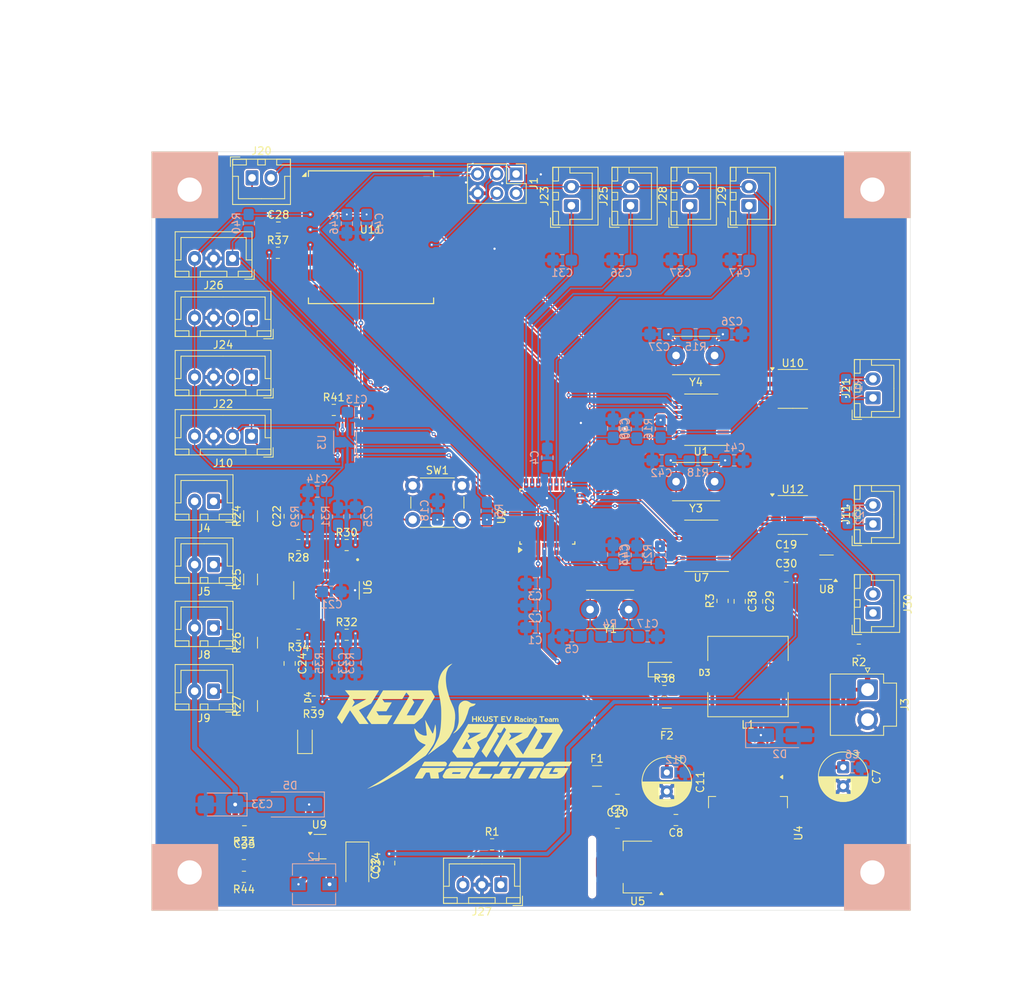
<source format=kicad_pcb>
(kicad_pcb (version 20241229) (generator "pcbnew") (generator_version "9.0")
  (layers (0 "F.Cu" signal) (2 "B.Cu" signal) (13 "F.Paste" user) (15 "B.Paste" user) (5 "F.SilkS" user "F.Silkscreen") (7 "B.SilkS" user "B.Silkscreen") (1 "F.Mask" user) (3 "B.Mask" user) (25 "Edge.Cuts" user))
  (net 0 "")
  (net 1 "+3.3V")
  (net 2 "+12V")
  (net 3 "+5V")
  (net 4 "XTAL1")
  (net 5 "LVB_TEMP")
  (net 6 "BRAKE_TEMP1")
  (net 7 "BRAKE_TEMP2")
  (net 8 "Net-(U5-VO)")
  (net 9 "BRAKE_TEMP3")
  (net 10 "BRAKE_TEMP4")
  (net 11 "LVB_S")
  (net 12 "XTAL2")
  (net 13 "RST")
  (net 14 "GND")
  (net 15 "Net-(U4-FB)")
  (net 16 "Net-(D2-K)")
  (net 17 "BRAKE_TEMP_OUT1")
  (net 18 "BRAKE_TEMP_OUT4")
  (net 19 "BRAKE_TEMP_OUT2")
  (net 20 "BRAKE_TEMP_OUT3")
  (net 21 "SCL_3V3")
  (net 22 "SDA_3V3")
  (net 23 "POT1_IN")
  (net 24 "POT2_IN")
  (net 25 "POT3_IN")
  (net 26 "POT4_IN")
  (net 27 "FLOW_IN")
  (net 28 "Temp_sensor")
  (net 29 "SCK")
  (net 30 "MISO")
  (net 31 "PUMP_THERM_IN")
  (net 32 "+24V")
  (net 33 "Net-(D5-K)")
  (net 34 "Net-(U9-FB)")
  (net 36 "MOSI")
  (net 37 "CS_CAN2")
  (net 38 "CS_CAN3")
  (net 39 "IRO")
  (net 40 "CS_CAN1")
  (net 46 "Net-(U1-OSC2)")
  (net 47 "Net-(U1-OSC1)")
  (net 48 "Net-(U7-OSC2)")
  (net 49 "Net-(U7-OSC1)")
  (net 50 "Net-(D3-A)")
  (net 51 "Net-(D4-A)")
  (net 52 "Net-(U1-~{RESET})")
  (net 53 "Net-(U7-~{RESET})")
  (net 54 "Net-(U6B--)")
  (net 55 "Net-(U6A--)")
  (net 56 "Net-(U6D--)")
  (net 57 "Net-(U6C--)")
  (net 59 "Net-(U1-RXCAN)")
  (net 62 "Net-(U1-TXCAN)")
  (net 69 "Net-(U12-RXD)")
  (net 72 "Net-(U12-TXD)")
  (net 78 "CAN1+")
  (net 79 "CAN1-")
  (net 80 "CAN2-")
  (net 81 "CAN2+")
  (net 82 "Net-(U3-OE)")
  (net 83 "SCL")
  (net 84 "SDA")
  (net 85 "FLOW_OUT")
  (footprint "RMC_TO:TO-263-5_TabPin3_Handsolder" (layer "F.Cu") (at 178.5938 139.8122 -90)
    (property "Reference" "U4")
    (property "Value" "LM2576S-5")
  )
  (footprint "Package_TO_SOT_SMD:SOT-23-5_HandSoldering" (layer "F.Cu") (at 188.9456 104.7688 180)
    (property "Reference" "U8")
    (property "Value" "74LVC1G17")
  )
  (footprint "RMC_Capacitor:C_0805_2012Metric_Pad1.18x1.45mm_HandSolder_L" (layer "F.Cu") (at 118.1807 117.451741 -90)
    (property "Reference" "C24")
    (property "Value" "100nF")
  )
  (footprint "Connector_JST:JST_XH_B2B-XH-A_1x02_P2.50mm_Vertical" (layer "F.Cu") (at 195.072 110.7948 90)
    (property "Reference" "J30")
    (property "Value" "Conn_01x02")
  )
  (footprint "Package_TO_SOT_SMD:SOT-23-6_Handsoldering" (layer "F.Cu") (at 122.094 141.5948)
    (property "Reference" "U9")
    (property "Value" "MT3608/SDB628")
  )
  (footprint "Connector_JST:JST_XH_B3B-XH-A_1x03_P2.50mm_Vertical" (layer "F.Cu") (at 110.6532 64.0588 180)
    (property "Reference" "J26")
    (property "Value" "Conn_01x03")
  )
  (footprint "RMC_Capacitor:C_0805_2012Metric_Pad1.18x1.45mm_HandSolder_L" (layer "F.Cu") (at 116.6912 59.9948)
    (property "Reference" "C28")
    (property "Value" "100nF")
  )
  (footprint "Connector_JST:JST_XH_B2B-XH-A_1x02_P2.50mm_Vertical" (layer "F.Cu") (at 195.072 99.066641 90)
    (property "Reference" "J11")
    (property "Value" "Conn_01x02")
  )
  (footprint "Capacitor_THT:CP_Radial_D6.3mm_P2.50mm" (layer "F.Cu") (at 167.8938 131.826 -90)
    (property "Reference" "C11")
    (property "Value" "330uF")
  )
  (footprint "RMC_Resistor:R_0805_2012Metric_Pad1.20x1.40mm_HandSolder_L" (layer "F.Cu") (at 144.8657 141.2931)
    (property "Reference" "R1")
    (property "Value" "4k7")
  )
  (footprint "RMC_Capacitor:C_0805_2012Metric_Pad1.18x1.45mm_HandSolder_L" (layer "F.Cu") (at 169.0938 138.0872 180)
    (property "Reference" "C8")
    (property "Value" "100nF")
  )
  (footprint "Connector_PinHeader_2.54mm:PinHeader_2x03_P2.54mm_Vertical" (layer "F.Cu") (at 148.0312 52.9336 -90)
    (property "Reference" "J1")
    (property "Value" "AVR-ISP-6")
  )
  (footprint "RMC_Capacitor:C_0805_2012Metric_Pad1.18x1.45mm_HandSolder_L" (layer "F.Cu") (at 183.6456 105.9688)
    (property "Reference" "C30")
    (property "Value" "100nF")
  )
  (footprint "RF_Module:Ai-Thinker-Ra-01-LoRa" (layer "F.Cu") (at 128.906 61.2676)
    (property "Reference" "U11")
    (property "Value" "Ai-Thinker-Ra-02")
  )
  (footprint "Connector_JST:JST_XH_B2B-XH-A_1x02_P2.50mm_Vertical" (layer "F.Cu") (at 108.1532 96.0822 180)
    (property "Reference" "J4")
    (property "Value" "Conn_01x02")
  )
  (footprint "RMC_SO:SOIC-8_3.9x4.9mm_P1.27mm_RMC_Handsolder" (layer "F.Cu") (at 184.5028 81.2604)
    (property "Reference" "U10")
    (property "Value" "TJA1051T")
  )
  (footprint "RMC_Crystal:Crystal_HC49-U_Vertical_W_SMD" (layer "F.Cu") (at 174.1932 76.8604 180)
    (property "Reference" "Y4")
    (property "Value" "16MHz")
  )
  (footprint "Connector_JST:JST_XH_B4B-XH-A_1x04_P2.50mm_Vertical" (layer "F.Cu") (at 113.1532 71.9 180)
    (property "Reference" "J24")
    (property "Value" "Conn_01x04")
  )
  (footprint "Capacitor_THT:CP_Radial_D6.3mm_P2.50mm" (layer "F.Cu") (at 191.1438 131.1372 -90)
    (property "Reference" "C7")
    (property "Value" "100uF")
  )
  (footprint "RMC_Resistor:R_1206_3216Metric_Pad1.30x1.75mm_HandSolder_RMC" (layer "F.Cu") (at 113.03 106.373867 90)
    (property "Reference" "R25")
    (property "Value" "10R")
  )
  (footprint "Fuse:Fuse_1210_3225Metric_Pad1.42x2.65mm_HandSolder" (layer "F.Cu") (at 167.8938 124.6872 180)
    (property "Reference" "F2")
    (property "Value" "Fuse")
  )
  (footprint "RMC_Crystal:Crystal_HC49-U_Vertical_W_SMD" (layer "F.Cu") (at 174.196081 93.481641 180)
    (property "Reference" "Y3")
    (property "Value" "16MHz")
  )
  (footprint "RMC_Resistor:R_1206_3216Metric_Pad1.30x1.75mm_HandSolder_RMC" (layer "F.Cu") (at 113.03 98.0322 90)
    (property "Reference" "R24")
    (property "Value" "10R")
  )
  (footprint "RMC_Resistor:R_1206_3216Metric_Pad1.30x1.75mm_HandSolder_RMC" (layer "F.Cu") (at 113.03 114.715533 90)
    (property "Reference" "R26")
    (property "Value" "10R")
  )
  (footprint "RMC_Capacitor:C_0805_2012Metric_Pad1.18x1.45mm_HandSolder_L" (layer "F.Cu") (at 179.7925 109.2672 -90)
    (property "Reference" "C29")
    (property "Value" "100nF")
  )
  (footprint "MountingHole:MountingHole_3.2mm_M3" (layer "F.Cu") (at 195 145)
    (property "Reference" "H4" (hide yes))
    (property "Value" "MountingHole" (hide yes))
  )
  (footprint "MountingHole:MountingHole_3.2mm_M3" (layer "F.Cu") (at 195 55)
    (property "Reference" "H3" (hide yes))
    (property "Value" "MountingHole" (hide yes))
  )
  (footprint "RMC_Capacitor:C_0805_2012Metric_Pad1.18x1.45mm_HandSolder_L" (layer "F.Cu") (at 131.3016 143.7604 90)
    (property "Reference" "C34")
    (property "Value" "100nF")
  )
  (footprint "Connector_JST:JST_XH_B4B-XH-A_1x04_P2.50mm_Vertical" (layer "F.Cu") (at 113.1532 87.5 180)
    (property "Reference" "J10")
    (property "Value" "Conn_01x04")
  )
  (footprint "Fuse:Fuse_1210_3225Metric_Pad1.42x2.65mm_HandSolder" (layer "F.Cu") (at 158.6849 132.2832)
    (property "Reference" "F1")
    (property "Value" "Fuse")
  )
  (footprint "RMC_SOT:SOT-223-3_TabPin2_Handsolder" (layer "F.Cu") (at 164.0532 144.2872 180)
    (property "Reference" "U5")
    (property "Value" "AMS1117-3.3")
  )
  (footprint "Connector_JST:JST_VH_B2P-VH_1x02_P3.96mm_Vertical" (layer "F.Cu") (at 194.3608 120.904 -90)
    (property "Reference" "J3")
    (property "Value" "Conn_01x02")
  )
  (footprint "Connector_JST:JST_XH_B3B-XH-A_1x03_P2.50mm_Vertical" (layer "F.Cu") (at 146.0182 146.6181 180)
    (property "Reference" "J27")
    (property "Value" "Conn_01x03")
  )
  (footprint "RMC_Resistor:R_0805_2012Metric_Pad1.20x1.40mm_HandSolder_L" (layer "F.Cu") (at 167.5733 121.0889)
    (property "Reference" "R38")
    (property "Value" "330R")
  )
  (footprint "RMC_Resistor:R_0805_2012Metric_Pad1.20x1.40mm_HandSolder_L" (layer "F.Cu") (at 125.6951 101.845397)
    (property "Reference" "R30")
    (property "Value" "5k")
  )
  (footprint "Button_Switch_THT:SW_PUSH_6mm_H5mm" (layer "F.Cu") (at 134.4 94)
    (property "Reference" "SW1")
    (property "Value" "SW_Push")
  )
  (footprint "RMC_Resistor:R_0805_2012Metric_Pad1.20x1.40mm_HandSolder_L" (layer "F.Cu") (at 112.152858 145.5773 180)
    (property "Reference" "R44")
    (property "Value" "680R")
  )
  (footprint "RMC_Resistor:R_1206_3216Metric_Pad1.30x1.75mm_HandSolder_RMC" (layer "F.Cu") (at 113.03 123.0572 90)
    (property "Reference" "R27")
    (property "Value" "10R")
  )
  (footprint "RMC_Capacitor:C_0805_2012Metric_Pad1.18x1.45mm_HandSolder_L" (layer "F.Cu") (at 118.1857 98.0475 90)
    (property "Reference" "C22")
    (property "Value" "100nF")
  )
  (footprint "MountingHole:MountingHole_3.2mm_M3" (layer "F.Cu") (at 105 145)
    (property "Reference" "H2" (hide yes))
    (property "Value" "MountingHole" (hide yes))
  )
  (footprint "RMC_LED:LED_0805_2012Metric_Pad1.45x1.40mm_HandSolder" (layer "F.Cu") (at 167.5508 118.2624)
    (property "Reference" "D3")
    (property "Value" "LED")
  )
  (footprint "RMC_SO:SOIC-8_3.9x4.9mm_P1.27mm_RMC_Handsolder" (layer "F.Cu") (at 184.5028 97.881641)
    (property "Reference" "U12")
    (property "Value" "TJA1051T")
  )
  (footprint "RMC_Inductor:L_10.4x10.4_H4.8" (layer "F.Cu") (at 178.5938 119.1768 180)
    (property "Reference" "L1")
    (property "Value" "330uH")
  )
  (footprint "Connector_JST:JST_XH_B2B-XH-A_1x02_P2.50mm_Vertical" (layer "F.Cu") (at 195.072 82.4454 90)
    (property "Reference" "J21")
    (property "Value" "Conn_01x02")
  )
  (footprint "RMC_Capacitor:CP_EIA-3528-15_AVX-H_Pad1.50x2.35mm_HandSolder_RMC" (layer "F.Cu") (at 127.1016 144.4823 -90)
    (property "Reference" "C32")
    (property "Value" "22uF")
  )
  (footprint "RMC_LED:LED_0805_2012Metric_Pad1.45x1.40mm_HandSolder" (layer "F.Cu") (at 120.195 127.2325 90)
    (property "Reference" "D4")
    (property "Value" "LED")
  )
  (footprint "RMC_Resistor:R_0805_2012Metric_Pad1.20x1.40mm_HandSolder_L" (layer "F.Cu") (at 112.152858 142.5773)
    (property "Reference" "R23")
    (property "Value" "249k")
  )
  (footprint "RMC_Crystal:Crystal_HC49-U_Vertical_W_SMD" (layer "F.Cu") (at 162.8648 110.3376 180)
    (property "Reference" "Y1")
    (property "Value" "16MHz")
  )
  (footprint "RMC_Resistor:R_0805_2012Metric_Pad1.20x1.40mm_HandSolder_L" (layer "F.Cu") (at 125.6951 113.6675)
    (property "Reference" "R32")
    (property "Value" "5k")
  )
  (footprint "RMC_Resistor:R_0805_2012Metric_Pad1.20x1.40mm_HandSolder_L" (layer "F.Cu") (at 175.2417 109.2041 90)
    (property "Reference" "R3")
    (property "Value" "5k")
  )
  (footprint "RMC_Capacitor:C_0805_2012Metric_Pad1.18x1.45mm_HandSolder_L" (layer "F.Cu") (at 161.3938 138.4428)
    (property "Reference" "C9")
    (property "Value" "22uF")
  )
  (footprint "RMC_Resistor:R_0805_2012Metric_Pad1.20x1.40mm_HandSolder_L" (layer "F.Cu") (at 123.9975 84.0325)
    (property "Reference" "R41")
    (property "Value" "4k7")
  )
  (footprint "RMC_Resistor:R_0805_2012Metric_Pad1.20x1.40mm_HandSolder_L" (layer "F.Cu") (at 121.3475 122.4675 180)
    (property "Reference" "R39")
    (property "Value" "120R")
  )
  (footprint "MountingHole:MountingHole_3.2mm_M3" (layer "F.Cu") (at 105 55)
    (property "Reference" "H1" (hide yes))
    (property "Value" "MountingHole" (hide yes))
  )
  (footprint "RMC_SO:SOIC127P600X175-14N" (layer "F.Cu") (at 123.0376 107.8197 -90)
    (property "Reference" "U6")
    (property "Value" "LM324")
  )
  (footprint "Connector_JST:JST_XH_B2B-XH-A_1x02_P2.50mm_Vertical" (layer "F.Cu") (at 170.9188 57.11 90)
    (property "Reference" "J28")
    (property "Value" "Conn_01x02")
  )
  (footprint "Connector_JST:JST_XH_B2B-XH-A_1x02_P2.50mm_Vertical" (layer "F.Cu") (at 163.1188 57.11 90)
    (property "Reference" "J25")
    (property "Value" "Conn_01x02")
  )
  (footprint "RMC_Capacitor:C_0805_2012Metric_Pad1.18x1.45mm_HandSolder_L" (layer "F.Cu") (at 177.503151 109.2672 -90)
    (property "Reference" "C38")
    (property "Value" "100nF")
  )
  (footprint "Connector_JST:JST_XH_B2B-XH-A_1x02_P2.50mm_Vertical" (layer "F.Cu") (at 108.1532 104.423867 180)
    (property "Reference" "J5")
    (property "Value" "Conn_01x02")
  )
  (footprint "RMC_Resistor:R_0805_2012Metric_Pad1.20x1.40mm_HandSolder_L" (layer "F.Cu") (at 116.6281 63.3224)
    (property "Reference" "R37")
    (property "Value" "100K")
  )
  (footprint "Package_QFP:TQFP-32_7x7mm_P0.8mm" (layer "F.Cu") (at 152.15 98.1 90)
    (property "Reference" "U2")
    (property "Value" "ATmega328P-A")
  )
  (footprint "RMC_Resistor:R_0805_2012Metric_Pad1.20x1.40mm_HandSolder_L" (layer "F.Cu") (at 119.3401 113.669603 180)
    (property "Reference" "R34")
    (property "Value" "5k")
  )
  (footprint "Connector_JST:JST_XH_B2B-XH-A_1x02_P2.50mm_Vertical" (layer "F.Cu") (at 108.1532 121.1072 180)
    (property "Reference" "J9")
    (property "Value" "Conn_01x02")
  )
  (footprint "RMC_Capacitor:C_0805_2012Metric_Pad1.18x1.45mm_HandSolder_L" (layer "F.Cu") (at 183.63 103.4688)
    (property "Reference" "C19")
    (property "Value" "100nF")
  )
  (footprint "RMC_SO:TSSOP-20_4.4x6.5mm_P0.65mm" (layer "F.Cu") (at 172.434981 101.945041 180)
    (property "Reference" "U7")
    (property "Value" "MCP2515-xSO")
  )
  (footprint "RBR_logo:RBR_logo" (layer "F.Cu") (at 140.18656 125.638079)
    (property "Reference" "G***" (hide yes))
    (property "Value" "LOGO" (hide yes))
  )
  (footprint "RMC_SO:TSSOP-20_4.4x6.5mm_P0.65mm" (layer "F.Cu") (at 172.434981 85.3238 180)
    (property "Reference" "U1")
    (property "Value" "MCP2515-xSO")
  )
  (footprint "RMC_Capacitor:C_0805_2012Metric_Pad1.18x1.45mm_HandSolder_L" (layer "F.Cu") (at 112.215958 139.5773 180)
    (property "Reference" "C35")
    (property "Value" "100nF")
  )
  (footprint "Connector_JST:JST_XH_B2B-XH-A_1x02_P2.50mm_Vertical" (layer "F.Cu") (at 178.7188 57.11 90)
    (property "Reference" "J29")
    (property "Value" "Conn_01x02")
  )
  (footprint "Connector_JST:JST_XH_B2B-XH-A_1x02_P2.50mm_Vertical" (layer "F.Cu") (at 155.3188 57.11 90)
    (property "Reference" "J23")
    (property "Value" "Conn_01x02")
  )
  (footprint "Connector_JST:JST_XH_B2B-XH-A_1x02_P2.50mm_Vertical" (layer "F.Cu") (at 113.2224 53.4416)
    (property "Reference" "J20")
    (property "Value" "Conn_01x02")
  )
  (footprint "RMC_Resistor:R_0805_2012Metric_Pad1.20x1.40mm_HandSolder_L" (layer "F.Cu") (at 119.3313 101.8475 180)
    (property "Reference" "R28")
    (property "Value" "5k")
  )
  (footprint "Connector_JST:JST_XH_B2B-XH-A_1x02_P2.50mm_Vertical" (layer "F.Cu") (at 108.1532 112.765533 180)
    (property "Reference" "J8")
    (property "Value" "Conn_01x02")
  )
  (footprint "RMC_Capacitor:C_0805_2012Metric_Pad1.18x1.45mm_HandSolder_L" (layer "F.Cu") (at 161.3938 135.4328 180)
    (property "Reference" "C10")
    (property "Value" "100nF")
  )
  (footprint "Connector_JST:JST_XH_B4B-XH-A_1x04_P2.50mm_Vertical" (layer "F.Cu") (at 113.1532 79.7 180)
    (property "Reference" "J22")
    (property "Value" "Conn_01x04")
  )
  (footprint "RMC_Resistor:R_0805_2012Metric_Pad1.20x1.40mm_HandSolder_L" (layer "F.Cu") (at 193.2083 115.6391 180)
    (property "Reference" "R2")
    (property "Value" "1k")
  )
  (footprint "RMC_Capacitor:C_0805_2012Metric_Pad1.18x1.45mm_HandSolder_L" (layer "B.Cu") (at 167.196081 90.680589)
    (property "Reference" "C42")
    (property "Value" "22pF")
  )
  (footprint "RMC_Resistor:R_0805_2012Metric_Pad1.20x1.40mm_HandSolder_L" (layer "B.Cu") (at 120.5301 98.083642 -90)
    (property "Reference" "R29")
    (property "Value" "1k")
  )
  (footprint "RMC_Resistor:R_0805_2012Metric_Pad1.20x1.40mm_HandSolder_L" (layer "B.Cu") (at 171.996081 90.649141)
    (property "Reference" "R18")
    (property "Value" "10M")
  )
  (footprint "RMC_Capacitor:C_0805_2012Metric_Pad1.18x1.45mm_HandSolder_L" (layer "B.Cu") (at 160.8259 103.081941 90)
    (property "Reference" "C44")
    (property "Value" "100nF")
  )
  (footprint "RMC_Capacitor:C_0805_2012Metric_Pad1.18x1.45mm_HandSolder_L" (layer "B.Cu") (at 150.5344 106.88875)
    (property "Reference" "C3")
    (property "Value" "100nF")
  )
  (footprint "RMC_Resistor:R_0805_2012Metric_Pad1.20x1.40mm_HandSolder_L" (layer "B.Cu") (at 124.5101 117.4156 90)
    (property "Reference" "R33")
    (property "Value" "1k")
  )
  (footprint "RMC_Capacitor:C_0805_2012Metric_Pad1.18x1.45mm_HandSolder_L" (layer "B.Cu") (at 176.499919 74.0604 180)
    (property "Reference" "C26")
    (property "Value" "22pF")
  )
  (footprint "RMC_Capacitor:C_0805_2012Metric_Pad1.18x1.45mm_HandSolder_L" (layer "B.Cu") (at 121.822 94.7997 180)
    (property "Reference" "C14")
    (property "Value" "100nF")
  )
  (footprint "RMC_Resistor:R_0805_2012Metric_Pad1.20x1.40mm_HandSolder_L" (layer "B.Cu") (at 191.4835 81.184659 90)
    (property "Reference" "R17")
    (property "Value" "120R")
  )
  (footprint "RMC_Resistor:R_0805_2012Metric_Pad1.20x1.40mm_HandSolder_L" (layer "B.Cu") (at 171.699919 74.0604)
    (property "Reference" "R15")
    (property "Value" "10M")
  )
  (footprint "RMC_Capacitor:C_0805_2012Metric_Pad1.18x1.45mm_HandSolder_L" (layer "B.Cu") (at 163.934981 103.145041 -90)
    (property "Reference" "C43")
    (property "Value" "100nF")
  )
  (footprint "RMC_Capacitor:C_0805_2012Metric_Pad1.18x1.45mm_HandSolder_L" (layer "B.Cu") (at 161.9032 64.2943)
    (property "Reference" "C36")
    (property "Value" "100nF")
  )
  (footprint "RMC_Capacitor:C_0805_2012Metric_Pad1.18x1.45mm_HandSolder_L" (layer "B.Cu") (at 125.7208 59.4832 -90)
    (property "Reference" "C46")
    (property "Value" "0.1uF")
  )
  (footprint "RMC_Resistor:R_0805_2012Metric_Pad1.20x1.40mm_HandSolder_L" (layer "B.Cu") (at 191.6867 97.8059 90)
    (property "Reference" "R22")
    (property "Value" "120R")
  )
  (footprint "RMC_Resistor:R_0805_2012Metric_Pad1.20x1.40mm_HandSolder_L" (layer "B.Cu") (at 160.371519 113.882841 180)
    (property "Reference" "R4")
    (property "Value" "10M")
  )
  (footprint "RMC_Capacitor:C_0805_2012Metric_Pad1.18x1.45mm_HandSolder_L" (layer "B.Cu") (at 128.3208 59.4832 90)
    (property "Reference" "C45")
    (property "Value" "22uF")
  )
  (footprint "RMC_Resistor:R_0805_2012Metric_Pad1.20x1.40mm_HandSolder_L" (layer "B.Cu") (at 124.5751 98.083642 -90)
    (property "Reference" "R31")
    (property "Value" "1k")
  )
  (footprint "Diode_SMD:D_SMA_Handsoldering" (layer "B.Cu") (at 118.244 136.0424 180)
    (property "Reference" "D5")
    (property "Value" "SMA Diode")
  )
  (footprint "RMC_Capacitor:C_0805_2012Metric_Pad1.18x1.45mm_HandSolder_L" (layer "B.Cu") (at 169.7032 64.2943)
    (property "Reference" "C37")
    (property "Value" "100nF")
  )
  (footprint "RMC_Resistor:R_0805_2012Metric_Pad1.20x1.40mm_HandSolder_L" (layer "B.Cu") (at 144.1475 97.3475 90)
    (property "Reference" "R5")
    (property "Value" "4.7k")
  )
  (footprint "Diode_SMD:D_SMA_Handsoldering" (layer "B.Cu") (at 182.7938 126.8984)
    (property "Reference" "D2")
    (property "Value" "SMA Diode")
  )
  (footprint "RMC_Capacitor:CP_EIA-3528-15_AVX-H_Pad1.50x2.35mm_HandSolder_RMC" (layer "B.Cu") (at 109.062858 136.0424 180)
    (property "Reference" "C33")
    (property "Value" "22uF")
  )
  (footprint "RMC_Capacitor:C_0805_2012Metric_Pad1.18x1.45mm_HandSolder_L" (layer "B.Cu") (at 176.796081 90.681641 180)
    (property "Reference" "C41")
    (property "Value" "22pF")
  )
  (footprint "RMC_Capacitor:C_0805_2012Metric_Pad1.18x1.45mm_HandSolder_L" (layer "B.Cu") (at 163.934981 86.538458 -90)
    (property "Reference" "C39")
    (property "Value" "100nF")
  )
  (footprint "RMC_Capacitor:C_0805_2012Metric_Pad1.18x1.45mm_HandSolder_L" (layer "B.Cu") (at 126.8545 117.4156 -90)
    (property "Reference" "C23")
    (property "Value" "100nF")
  )
  (footprint "RMC_Capacitor:C_0805_2012Metric_Pad1.18x1.45mm_HandSolder_L" (layer "B.Cu") (at 192.3594 131.1372 180)
    (property "Reference" "C6")
    (property "Value" "100nF")
  )
  (footprint "RMC_Capacitor:C_0805_2012Metric_Pad1.18x1.45mm_HandSolder_L" (layer "B.Cu") (at 160.8259 86.4607 90)
    (property "Reference" "C40")
    (property "Value" "100nF")
  )
  (footprint "RMC_Resistor:R_0805_2012Metric_Pad1.20x1.40mm_HandSolder_L" (layer "B.Cu") (at 167.034981 103.145041 -90)
    (property "Reference" "R21")
    (property "Value" "10k")
  )
  (footprint "RMC_Capacitor:C_0805_2012Metric_Pad1.18x1.45mm_HandSolder_L" (layer "B.Cu") (at 177.5032 64.2943)
    (property "Reference" "C47")
    (property "Value" "100nF")
  )
  (footprint "RMC_Resistor:R_0805_2012Metric_Pad1.20x1.40mm_HandSolder_L" (layer "B.Cu") (at 167.1137 86.5238 -90)
    (property "Reference" "R16")
    (property "Value" "10k")
  )
  (footprint "RMC_Resistor:R_0805_2012Metric_Pad1.20x1.40mm_HandSolder_L" (layer "B.Cu") (at 112.8085 59.4241 -90)
    (property "Reference" "R40")
    (property "Value" "4k7")
  )
  (footprint "RMC_Capacitor:C_0805_2012Metric_Pad1.18x1.45mm_HandSolder_L" (layer "B.Cu") (at 137.65 97.2844 -90)
    (property "Reference" "C18")
    (property "Value" "10uF")
  )
  (footprint "RMC_Capacitor:C_0805_2012Metric_Pad1.18x1.45mm_HandSolder_L" (layer "B.Cu") (at 123.7156 108.0008)
    (property "Reference" "C21")
    (property "Value" "100nF")
  )
  (footprint "RMC_Capacitor:C_0805_2012Metric_Pad1.18x1.45mm_HandSolder_L" (layer "B.Cu") (at 166.899919 74.0604)
    (property "Reference" "C27")
    (property "Value" "22pF")
  )
  (footprint "RMC_Capacitor:C_0805_2012Metric_Pad1.18x1.45mm_HandSolder_L" (layer "B.Cu") (at 169.1094 131.826 180)
    (property "Reference" "C12")
    (property "Value" "100nF")
  )
  (footprint "RMC_Capacitor:C_0805_2012Metric_Pad1.18x1.45mm_HandSolder_L" (layer "B.Cu") (at 154.1032 64.2943)
    (property "Reference" "C31")
    (property "Value" "100nF")
  )
  (footprint "RMC_Capacitor:C_0805_2012Metric_Pad1.18x1.45mm_HandSolder_L" (layer "B.Cu") (at 150.5344 109.8)
    (property "Reference" "C2")
    (property "Value" "10uF")
  )
  (footprint "RMC_Capacitor:C_0805_2012Metric_Pad1.18x1.45mm_HandSolder_L" (layer "B.Cu") (at 150.5344 112.71125)
    (property "Reference" "C1")
    (property "Value" "100nF")
  )
  (footprint "RMC_Capacitor:C_0805_2012Metric_Pad1.18x1.45mm_HandSolder_L" (layer "B.Cu") (at 155.371519 113.882841)
    (property "Reference" "C5")
    (property "Value" "22pF")
  )
  (footprint "Package_SO:SSOP-8_2.95x2.8mm_P0.65mm" (layer "B.Cu") (at 125.475 88.3 90)
    (property "Reference" "U3")
    (property "Value" "TXS0102DCT")
  )
  (footprint "RMC_Capacitor:C_0805_2012Metric_Pad1.18x1.45mm_HandSolder_L" (layer "B.Cu") (at 165.371519 113.882841 180)
    (property "Reference" "C17")
    (property "Value" "22pF")
  )
  (footprint "RMC_Capacitor:C_0805_2012Metric_Pad1.18x1.45mm_HandSolder_L" (layer "B.Cu") (at 126.8407 98.0475 90)
    (property "Reference" "C25")
    (property "Value" "100nF")
  )
  (footprint "RMC_Capacitor:C_0805_2012Metric_Pad1.18x1.45mm_HandSolder_L" (layer "B.Cu") (at 127.0156 84.328 180)
    (property "Reference" "C13")
    (property "Value" "100nF")
  )
  (footprint "RMC_Capacitor:C_0805_2012Metric_Pad1.18x1.45mm_HandSolder_L" (layer "B.Cu") (at 152.1529 90.3188 -90)
    (property "Reference" "C4")
    (property "Value" "100nF")
  )
  (footprint "RMC_Resistor:R_0805_2012Metric_Pad1.20x1.40mm_HandSolder_L" (layer "B.Cu") (at 120.4601 117.4156 90)
    (property "Reference" "R35")
    (property "Value" "1k")
  )
  (footprint "Inductor_SMD:L_Wuerth_HCI-5040" (layer "B.Cu") (at 121.394 146.558 180)
    (property "Reference" "L2")
    (property "Value" "4.7-22uH")
  )
  (gr_rect (start 100 141.3) (end 108.7 150) (stroke (width 0.1)) (fill yes) (layer "F.SilkS"))
  (gr_rect (start 191.3 50) (end 200 58.7) (stroke (width 0.1)) (fill yes) (layer "F.SilkS"))
  (gr_rect (start 191.3 141.3) (end 200 150) (stroke (width 0.1)) (fill yes) (layer "F.SilkS"))
  (gr_rect (start 100 50) (end 108.7 58.7) (stroke (width 0.1)) (fill yes) (layer "F.SilkS"))
  (gr_rect (start 100 141.3) (end 108.7 150) (stroke (width 0.1)) (fill yes) (layer "B.SilkS"))
  (gr_rect (start 191.3 141.3) (end 200 150) (stroke (width 0.1)) (fill yes) (layer "B.SilkS"))
  (gr_rect (start 191.3 50) (end 200 58.7) (stroke (width 0.1)) (fill yes) (layer "B.SilkS"))
  (gr_rect (start 100 50) (end 108.7 58.7) (stroke (width 0.1)) (fill yes) (layer "B.SilkS"))
  (gr_rect (start 100 50) (end 200 150) (stroke (width 0.05)) (fill no) (layer "Edge.Cuts"))
  (segment (start 122.5 122.5) (end 122.5 132.0504) (width 0.2) (layer "F.Cu") (net 1))
  (segment (start 145.2738 139.7) (end 141.0182 143.9556) (width 0.2) (layer "F.Cu") (net 1))
  (segment (start 142.6139 142.3599) (end 142.6281 142.3599) (width 0.2) (layer "F.Cu") (net 1))
  (segment (start 149.7806 139.7) (end 157.1974 132.2832) (width 0.2) (layer "F.Cu") (net 1))
  (segment (start 145.288 139.7) (end 149.7806 139.7) (width 0.2) (layer "F.Cu") (net 1))
  (segment (start 187.5956 105.7188) (end 185.1112 105.7188) (width 0.2) (layer "F.Cu") (net 1))
  (segment (start 145.288 139.7) (end 145.2738 139.7) (width 0.2) (layer "F.Cu") (net 1))
  (segment (start 120.906 58.2676) (end 125.7139 58.2676) (width 0.2) (layer "F.Cu") (net 1))
  (segment (start 141.0182 146.6181) (end 141.0182 143.9556) (width 0.2) (layer "F.Cu") (net 1))
  (segment (start 125.7139 58.2676) (end 128.3208 58.2676) (width 0.2) (layer "F.Cu") (net 1))
  (segment (start 122.5 132.0504) (end 130.1496 139.7) (width 0.2) (layer "F.Cu") (net 1))
  (segment (start 130.1496 139.7) (end 145.288 139.7) (width 0.2) (layer "F.Cu") (net 1))
  (segment (start 185.1112 105.7188) (end 184.8612 105.9688) (width 0.2) (layer "F.Cu") (net 1))
  (via (at 120.906 58.2676) (size 0.6) (drill 0.3) (layers "F.Cu" "B.Cu") (net 1))
  (via (at 184.8612 105.9688) (size 0.5) (drill 0.25) (layers "F.Cu" "B.Cu") (net 1))
  (via (at 125.7139 58.2676) (size 0.5) (drill 0.25) (layers "F.Cu" "B.Cu") (net 1))
  (via (at 123.0376 105.1997) (size 0.5) (drill 0.25) (layers "F.Cu" "B.Cu") (net 1))
  (via (at 122.5 122.5) (size 0.5) (drill 0.25) (layers "F.Cu" "B.Cu") (net 1))
  (via (at 128.3208 58.2676) (size 0.5) (drill 0.25) (layers "F.Cu" "B.Cu") (net 1))
  (segment (start 105.6532 71.9) (end 105.6532 87.5) (width 0.2) (layer "B.Cu") (net 1))
  (segment (start 122.5 107.1) (end 123.0376 106.5624) (width 0.2) (layer "B.Cu") (net 1))
  (segment (start 123.0376 93.7624) (end 123.0376 105.1997) (width 0.2) (layer "B.Cu") (net 1))
  (segment (start 125.15 91.6) (end 125.15 91.65) (width 0.2) (layer "B.Cu") (net 1))
  (segment (start 108.2 91.6) (end 125.15 91.6) (width 0.2) (layer "B.Cu") (net 1))
  (segment (start 176.7254 121.9786) (end 184.8612 113.8428) (width 0.2) (layer "B.Cu") (net 1))
  (segment (start 105.6532 63.8156) (end 105.6532 71.9) (width 0.2) (layer "B.Cu") (net 1))
  (segment (start 123.0214 121.9786) (end 176.7254 121.9786) (width 0.2) (layer "B.Cu") (net 1))
  (segment (start 105.6532 89.0532) (end 108.2 91.6) (width 0.2) (layer "B.Cu") (net 1))
  (segment (start 122.5 122.5) (end 123.0214 121.9786) (width 0.2) (layer "B.Cu") (net 1))
  (segment (start 105.6532 87.5) (end 105.6532 89.0532) (width 0.2) (layer "B.Cu") (net 1))
  (segment (start 120.906 58.2676) (end 120.902 58.2716) (width 0.2) (layer "B.Cu") (net 1))
  (segment (start 125.15 91.65) (end 123.0376 93.7624) (width 0.2) (layer "B.Cu") (net 1))
  (segment (start 111.1972 58.2716) (end 105.6532 63.8156) (width 0.2) (layer "B.Cu") (net 1))
  (segment (start 122.5 122.5) (end 122.5 107.1) (width 0.2) (layer "B.Cu") (net 1))
  (segment (start 123.0376 106.5624) (end 123.0376 105.1997) (width 0.2) (layer "B.Cu") (net 1))
  (segment (start 120.902 58.2716) (end 111.1972 58.2716) (width 0.2) (layer "B.Cu") (net 1))
  (segment (start 184.8612 113.8428) (end 184.8612 105.9688) (width 0.2) (layer "B.Cu") (net 1))
  (segment (start 125.15 90) (end 125.15 91.6) (width 0.2) (layer "B.Cu") (net 1))
  (segment (start 192.177 120.904) (end 194.3608 120.904) (width 0.5) (layer "F.Cu") (net 2))
  (segment (start 181.9938 131.1372) (end 191.1438 131.1372) (width 0.5) (layer "F.Cu") (net 2))
  (segment (start 123.444 142.5448) (end 131.3016 142.5448) (width 0.7) (layer "F.Cu") (net 2))
  (segment (start 194.3608 115.6716) (end 194.3608 120.904) (width 0.7) (layer "F.Cu") (net 2))
  (segment (start 191.1438 121.9372) (end 191.1438 131.1372) (width 0.5) (layer "F.Cu") (net 2))
  (segment (start 123.444 141.5948) (end 123.444 146.558) (width 0.7) (layer "F.Cu") (net 2))
  (segment (start 191.1438 121.9372) (end 192.177 120.904) (width 0.5) (layer "F.Cu") (net 2))
  (via (at 131.3016 142.5448) (size 0.6) (drill 0.3) (layers "F.Cu" "B.Cu") (net 2))
  (via (at 123.444 146.558) (size 1) (drill 0.5) (layers "F.Cu" "B.Cu") (net 2))
  (segment (start 192.7352 122.5296) (end 160.9344 122.5296) (width 0.5) (layer "B.Cu") (net 2))
  (segment (start 154.8892 128.5748) (end 154.8892 139.8016) (width 0.5) (layer "B.Cu") (net 2))
  (segment (start 160.9344 122.5296) (end 154.8892 128.5748) (width 0.5) (layer "B.Cu") (net 2))
  (segment (start 152.146 142.5448) (end 131.3016 142.5448) (width 0.5) (layer "B.Cu") (net 2))
  (segment (start 154.8892 139.8016) (end 152.146 142.5448) (width 0.5) (layer "B.Cu") (net 2))
  (segment (start 194.3608 120.904) (end 192.7352 122.5296) (width 0.5) (layer "B.Cu") (net 2))
  (segment (start 166.4063 124.6872) (end 165.1938 124.6872) (width 0.5) (layer "F.Cu") (net 3))
  (segment (start 165.8938 138.0872) (end 167.8782 138.0872) (width 0.5) (layer "F.Cu") (net 3))
  (segment (start 166.4208 121.0564) (end 157.3564 121.0564) (width 0.5) (layer "F.Cu") (net 3))
  (segment (start 167.8782 138.0872) (end 167.8782 141.9528) (width 0.5) (layer "F.Cu") (net 3))
  (segment (start 169.522481 103.57004) (end 169.5196 103.57004) (width 0.2) (layer "F.Cu") (net 3))
  (segment (start 164.0938 125.7872) (end 164.0938 136.2872) (width 0.5) (layer "F.Cu") (net 3))
  (segment (start 164.0938 136.2872) (end 165.8938 138.0872) (width 0.5) (layer "F.Cu") (net 3))
  (segment (start 166.4063 121.0709) (end 166.4208 121.0564) (width 0.5) (layer "F.Cu") (net 3))
  (segment (start 166.4063 124.6872) (end 166.4063 121.0709) (width 0.5) (layer "F.Cu") (net 3))
  (segment (start 165.1938 124.6872) (end 164.0938 125.7872) (width 0.5) (layer "F.Cu") (net 3))
  (segment (start 157.3564 121.0564) (end 153.45 117.15) (width 0.5) (layer "F.Cu") (net 3))
  (via (at 152.55 93.85) (size 0.5) (drill 0.25) (layers "F.Cu" "B.Cu") (net 3))
  (via (at 153.35 102.35) (size 0.5) (drill 0.25) (layers "F.Cu" "B.Cu") (net 3))
  (via (at 169.522481 86.948799) (size 0.5) (drill 0.25) (layers "F.Cu" "B.Cu") (net 3))
  (via (at 153.45 117.15) (size 0.6) (drill 0.3) (layers "F.Cu" "B.Cu") (net 3))
  (via (at 154.15 93.85) (size 0.5) (drill 0.25) (layers "F.Cu" "B.Cu") (net 3))
  (via (at 169.5196 103.57004) (size 0.5) (drill 0.25) (layers "F.Cu" "B.Cu") (net 3))
  (via (at 151.75 102.35) (size 0.5) (drill 0.25) (layers "F.Cu" "B.Cu") (net 3))
  (via (at 181.4903 81.7604) (size 0.5) (drill 0.25) (layers "F.Cu" "B.Cu") (net 3))
  (via (at 181.4903 98.381641) (size 0.5) (drill 0.25) (layers "F.Cu" "B.Cu") (net 3))
  (segment (start 148.0312 55.4736) (end 149.1822 54.3226) (width 0.2) (layer "B.Cu") (net 3))
  (segment (start 178.7188 54.61) (end 181.4903 57.3815) (width 0.2) (layer "B.Cu") (net 3))
  (segment (start 168.792099 104.297541) (end 169.5196 103.57004) (width 0.2) (layer "B.Cu") (net 3))
  (segment (start 125.8 86.6) (end 125.8 84.328) (width 0.2) (layer "B.Cu") (net 3))
  (segment (start 167.002481 104.297541) (end 168.792099 104.297541) (width 0.2) (layer "B.Cu") (net 3))
  (segment (start 151.75 102.35) (end 151.75 97.79) (width 0.2) (layer "B.Cu") (net 3))
  (segment (start 143 92.4032) (end 139.3968 88.8) (width 0.2) (layer "B.Cu") (net 3))
  (segment (start 125.8 87.502) (end 125.8 86.6) (width 0.2) (layer "B.Cu") (net 3))
  (segment (start 167.002481 104.297541) (end 154.432 104.297541) (width 0.2) (layer "B.Cu") (net 3))
  (segment (start 152.55 91.9315) (end 152.1529 91.5344) (width 0.2) (layer "B.Cu") (net 3))
  (segment (start 154.15 94.95) (end 154.15 93.85) (width 0.2) (layer "B.Cu") (net 3))
  (segment (start 151.75 115.45) (end 153.45 117.15) (width 0.5) (layer "B.Cu") (net 3))
  (segment (start 151.75 112.71125) (end 151.75 115.45) (width 0.5) (layer "B.Cu") (net 3))
  (segment (start 169.5196 103.57004) (end 176.301901 103.57004) (width 0.2) (layer "B.Cu") (net 3))
  (segment (start 153.35 95.75) (end 152.55 94.95) (width 0.2) (layer "B.Cu") (net 3))
  (segment (start 145.6734 97.6884) (end 152.9944 97.6884) (width 0.2) (layer "B.Cu") (net 3))
  (segment (start 149.1154 51.7826) (end 117.3814 51.7826) (width 0.2) (layer "B.Cu") (net 3))
  (segment (start 143 95.015) (end 143 92.4032) (width 0.2) (layer "B.Cu") (net 3))
  (segment (start 176.301901 86.948799) (end 181.4903 81.7604) (width 0.2) (layer "B.Cu") (net 3))
  (segment (start 178.7188 54.61) (end 148.8948 54.61) (width 0.2) (layer "B.Cu") (net 3))
  (segment (start 187.484841 98.381641) (end 181.4903 98.381641) (width 0.2) (layer "B.Cu") (net 3))
  (segment (start 168.79498 87.6763) (end 169.522481 86.948799) (width 0.2) (layer "B.Cu") (net 3))
  (segment (start 167.0812 87.6763) (end 168.79498 87.6763) (width 0.2) (layer "B.Cu") (net 3))
  (segment (start 144.18 96.195) (end 143 95.015) (width 0.2) (layer "B.Cu") (net 3))
  (segment (start 127.098 88.8) (end 125.8 87.502) (width 0.2) (layer "B.Cu") (net 3))
  (segment (start 169.522481 86.948799) (end 176.301901 86.948799) (width 0.2) (layer "B.Cu") (net 3))
  (segment (start 181.4903 57.3815) (end 181.4903 81.7604) (width 0.2) (layer "B.Cu") (net 3))
  (segment (start 153.35 96.2) (end 153.35 95.75) (width 0.2) (layer "B.Cu") (net 3))
  (segment (start 158.6021 87.6763) (end 154.15 92.1284) (width 0.2) (layer "B.Cu") (net 3))
  (segment (start 153.35 102.35) (end 153.35 97.3328) (width 0.2) (layer "B.Cu") (net 3))
  (segment (start 195.072 105.9688) (end 187.484841 98.381641) (width 0.2) (layer "B.Cu") (net 3))
  (segment (start 153.35 97.3328) (end 153.35 96.2) (width 0.2) (layer "B.Cu") (net 3))
  (segment (start 153.35 117.05) (end 153.45 117.15) (width 0.2) (layer "B.Cu") (net 3))
  (segment (start 152.55 93.85) (end 152.55 91.9315) (width 0.2) (layer "B.Cu") (net 3))
  (segment (start 152.9944 97.6884) (end 153.35 97.3328) (width 0.2) (layer "B.Cu") (net 3))
  (segment (start 144.18 96.195) (end 145.6734 97.6884) (width 0.2) (layer "B.Cu") (net 3))
  (segment (start 139.3968 88.8) (end 127.098 88.8) (width 0.2) (layer "B.Cu") (net 3))
  (segment (start 152.55 94.95) (end 152.55 93.85) (width 0.2) (layer "B.Cu") (net 3))
  (segment (start 148.8948 54.61) (end 148.0312 55.4736) (width 0.2) (layer "B.Cu") (net 3))
  (segment (start 176.301901 103.57004) (end 181.4903 98.381641) (width 0.2) (layer "B.Cu") (net 3))
  (segment (start 160.8328 87.6763) (end 158.6021 87.6763) (width 0.2) (layer "B.Cu") (net 3))
  (segment (start 117.3814 51.7826) (end 115.7224 53.4416) (width 0.2) (layer "B.Cu") (net 3))
  (segment (start 151.75 112.71125) (end 151.75 102.35) (width 0.5) (layer "B.Cu") (net 3))
  (segment (start 153.35 102.35) (end 153.35 103.215541) (width 0.2) (layer "B.Cu") (net 3))
  (segment (start 153.35 103.215541) (end 154.432 104.297541) (width 0.2) (layer "B.Cu") (net 3))
  (segment (start 149.1822 54.3226) (end 149.1822 51.8494) (width 0.2) (layer "B.Cu") (net 3))
  (segment (start 154.15 92.1284) (end 154.15 93.85) (width 0.2) (layer "B.Cu") (net 3))
  (segment (start 153.35 95.75) (end 154.15 94.95) (width 0.2) (layer "B.Cu") (net 3))
  (segment (start 149.1822 51.8494) (end 149.1154 51.7826) (width 0.2) (layer "B.Cu") (net 3))
  (segment (start 160.8328 87.6763) (end 167.0812 87.6763) (width 0.2) (layer "B.Cu") (net 3))
  (segment (start 195.072 108.2948) (end 195.072 105.9688) (width 0.2) (layer "B.Cu") (net 3))
  (segment (start 154.15 103.9596) (end 154.15 102.35) (width 0.2) (layer "F.Cu") (net 4))
  (segment (start 154.549 104.4685) (end 154.549 104.3586) (width 0.2) (layer "F.Cu") (net 4))
  (segment (start 154.549 104.3586) (end 154.15 103.9596) (width 0.2) (layer "F.Cu") (net 4))
  (segment (start 157.7848 107.7043) (end 154.549 104.4685) (width 0.2) (layer "F.Cu") (net 4))
  (segment (start 157.7848 110.3376) (end 157.7848 107.7043) (width 0.2) (layer "F.Cu") (net 4))
  (segment (start 157.7848 110.3376) (end 157.7848 112.282841) (width 0.2) (layer "B.Cu") (net 4))
  (segment (start 157.7848 112.416122) (end 159.219019 113.850341) (width 0.2) (layer "B.Cu") (net 4))
  (segment (start 157.7848 112.282841) (end 157.7848 112.68516) (width 0.2) (layer "B.Cu") (net 4))
  (segment (start 157.7848 112.282841) (end 157.7848 112.416122) (width 0.2) (layer "B.Cu") (net 4))
  (segment (start 157.7848 112.68516) (end 156.587119 113.882841) (width 0.2) (layer "B.Cu") (net 4))
  (segment (start 158.2109 122.760843) (end 150.9268 115.476743) (width 0.2) (layer "F.Cu") (net 5))
  (segment (start 150.9268 99.06) (end 150.9268 96.9264) (width 0.2) (layer "F.Cu") (net 5))
  (segment (start 158.2109 133.59336) (end 158.2109 122.760843) (width 0.2) (layer "F.Cu") (net 5))
  (segment (start 150.9268 96.9264) (end 151.2658 96.5874) (width 0.2) (layer "F.Cu") (net 5))
  (segment (start 146.0182 146.6181) (end 146.0182 141.2606) (width 0.2) (layer "F.Cu") (net 5))
  (segment (start 152.385183 96.911583) (end 153.9736 98.5) (width 0.2) (layer "F.Cu") (net 5))
  (segment (start 151.2658 96.5874) (end 152.062415 96.5874) (width 0.2) (layer "F.Cu") (net 5))
  (segment (start 152.385183 96.910168) (end 152.385183 96.911583) (width 0.2) (layer "F.Cu") (net 5))
  (segment (start 152.062415 96.5874) (end 152.385183 96.910168) (width 0.2) (layer "F.Cu") (net 5))
  (segment (start 150.54366 141.2606) (end 158.2109 133.59336) (width 0.2) (layer "F.Cu") (net 5))
  (segment (start 146.0182 141.2606) (end 150.54366 141.2606) (width 0.2) (layer "F.Cu") (net 5))
  (segment (start 153.9736 98.5) (end 156.4 98.5) (width 0.2) (layer "F.Cu") (net 5))
  (segment (start 150.9268 115.476743) (end 150.9268 104.2924) (width 0.2) (layer "F.Cu") (net 5))
  (via (at 150.9268 99.06) (size 0.6) (drill 0.3) (layers "F.Cu" "B.Cu") (net 5))
  (via (at 150.9268 104.2924) (size 0.6) (drill 0.3) (layers "F.Cu" "B.Cu") (net 5))
  (segment (start 150.9268 99.06) (end 150.9268 104.2924) (width 0.2) (layer "B.Cu") (net 5))
  (segment (start 120.845172 106.799) (end 116.299 106.799) (width 0.4) (layer "F.Cu") (net 6))
  (segment (start 116.299 106.799) (end 114.8 105.3) (width 0.4) (layer "F.Cu") (net 6))
  (segment (start 121.7676 105.1997) (end 121.7676 105.876572) (width 0.4) (layer "F.Cu") (net 6))
  (segment (start 108.1532 96.0822) (end 113.03 96.0822) (width 0.5) (layer "F.Cu") (net 6))
  (segment (start 114.2822 96.0822) (end 113.03 96.0822) (width 0.4) (layer "F.Cu") (net 6))
  (segment (start 121.7676 105.876572) (end 120.845172 106.799) (width 0.4) (layer "F.Cu") (net 6))
  (segment (start 114.8 96.6) (end 114.2822 96.0822) (width 0.4) (layer "F.Cu") (net 6))
  (segment (start 114.8 105.3) (end 114.8 96.6) (width 0.4) (layer "F.Cu") (net 6))
  (segment (start 113.03 104.423867) (end 108.1532 104.423867) (width 0.5) (layer "F.Cu") (net 7))
  (segment (start 124.3076 105.1997) (end 124.3076 106.4924) (width 0.4) (layer "F.Cu") (net 7))
  (segment (start 116.006133 107.4) (end 113.03 104.423867) (width 0.4) (layer "F.Cu") (net 7))
  (segment (start 123.4 107.4) (end 116.006133 107.4) (width 0.4) (layer "F.Cu") (net 7))
  (segment (start 124.3076 106.4924) (end 123.4 107.4) (width 0.4) (layer "F.Cu") (net 7))
  (segment (start 160.1724 132.2832) (end 160.1724 135.427) (width 0.5) (layer "F.Cu") (net 8))
  (segment (start 160.1782 137.9803) (end 160.1782 135.2872) (width 0.5) (layer "F.Cu") (net 8))
  (segment (start 160.1724 135.427) (end 160.1782 135.4328) (width 0.5) (layer "F.Cu") (net 8))
  (segment (start 167.8188 144.2872) (end 160.1688 144.2872) (width 0.5) (layer "F.Cu") (net 8))
  (segment (start 160.1782 144.2872) (end 160.1782 137.9803) (width 0.5) (layer "F.Cu") (net 8))
  (segment (start 115.9 108) (end 114.5 109.4) (width 0.4) (layer "F.Cu") (net 9))
  (segment (start 114.5 111.295533) (end 113.03 112.765533) (width 0.4) (layer "F.Cu") (net 9))
  (segment (start 124.3076 110.4397) (end 124.3076 109.2576) (width 0.4) (layer "F.Cu") (net 9))
  (segment (start 124.3076 109.2576) (end 123.05 108) (width 0.4) (layer "F.Cu") (net 9))
  (segment (start 108.1532 112.765533) (end 113.03 112.765533) (width 0.5) (layer "F.Cu") (net 9))
  (segment (start 114.5 109.4) (end 114.5 111.295533) (width 0.4) (layer "F.Cu") (net 9))
  (segment (start 123.05 108) (end 115.9 108) (width 0.4) (layer "F.Cu") (net 9))
  (segment (start 115.101 111.544475) (end 115.1 111.545475) (width 0.4) (layer "F.Cu") (net 10))
  (segment (start 114.0928 121.1072) (end 113.03 121.1072) (width 0.4) (layer "F.Cu") (net 10))
  (segment (start 115.1 120.1) (end 114.0928 121.1072) (width 0.4) (layer "F.Cu") (net 10))
  (segment (start 121.7676 110.4397) (end 121.7676 109.309701) (width 0.4) (layer "F.Cu") (net 10))
  (segment (start 115.1 111.545475) (end 115.1 120.1) (width 0.4) (layer "F.Cu") (net 10))
  (segment (start 121.057899 108.6) (end 116.149942 108.6) (width 0.4) (layer "F.Cu") (net 10))
  (segment (start 115.101 109.648942) (end 115.101 111.544475) (width 0.4) (layer "F.Cu") (net 10))
  (segment (start 121.7676 109.309701) (end 121.057899 108.6) (width 0.4) (layer "F.Cu") (net 10))
  (segment (start 116.149942 108.6) (end 115.101 109.648942) (width 0.4) (layer "F.Cu") (net 10))
  (segment (start 113.03 121.1072) (end 108.1532 121.1072) (width 0.5) (layer "F.Cu") (net 10))
  (segment (start 158.0388 100.7388) (end 158.0388 103.5304) (width 0.2) (layer "F.Cu") (net 11))
  (segment (start 158.0388 103.5304) (end 162.56 108.0516) (width 0.2) (layer "F.Cu") (net 11))
  (segment (start 156.4 100.1) (end 157.4 100.1) (width 0.2) (layer "F.Cu") (net 11))
  (segment (start 162.56 108.0516) (end 182.0164 108.0516) (width 0.2) (layer "F.Cu") (net 11))
  (segment (start 182.0164 108.0516) (end 189.6364 115.6716) (width 0.2) (layer "F.Cu") (net 11))
  (segment (start 157.4 100.1) (end 158.0388 100.7388) (width 0.2) (layer "F.Cu") (net 11))
  (segment (start 189.6364 115.6716) (end 192.0558 115.6716) (width 0.2) (layer "F.Cu") (net 11))
  (segment (start 162.8648 110.3376) (end 160.9852 110.3376) (width 0.2) (layer "F.Cu") (net 12))
  (segment (start 154.95 104.3024) (end 154.95 102.35) (width 0.2) (layer "F.Cu") (net 12))
  (segment (start 160.9852 110.3376) (end 154.95 104.3024) (width 0.2) (layer "F.Cu") (net 12))
  (segment (start 162.8648 110.3376) (end 162.8648 112.50956) (width 0.2) (layer "B.Cu") (net 12))
  (segment (start 162.8648 112.591722) (end 164.155919 113.882841) (width 0.2) (layer "B.Cu") (net 12))
  (segment (start 162.8648 112.50956) (end 161.524019 113.850341) (width 0.2) (layer "B.Cu") (net 12))
  (segment (start 162.8648 112.50956) (end 162.8648 112.591722) (width 0.2) (layer "B.Cu") (net 12))
  (segment (start 133.298 98.5) (end 134.4 98.5) (width 0.2) (layer "F.Cu") (net 13))
  (segment (start 127.5588 72.5932) (end 127.5588 92.7608) (width 0.2) (layer "F.Cu") (net 13))
  (segment (start 127.576665 72.575335) (end 127.5588 72.5932) (width 0.2) (layer "F.Cu") (net 13))
  (segment (start 137.65 98.5) (end 134.4 98.5) (width 0.2) (layer "F.Cu") (net 13))
  (segment (start 144.18 98.5) (end 137.65 98.5) (width 0.2) (layer "F.Cu") (net 13))
  (segment (start 127.5588 92.7608) (end 133.298 98.5) (width 0.2) (layer "F.Cu") (net 13))
  (segment (start 147.9 98.5) (end 144.18 98.5) (width 0.2) (layer "F.Cu") (net 13))
  (via (at 127.576665 72.575335) (size 0.6) (drill 0.3) (layers "F.Cu" "B.Cu") (net 13))
  (via (at 120.906 60.2676) (size 0.6) (drill 0.3) (layers "F.Cu" "B.Cu") (net 13))
  (via (at 137.65 98.5) (size 0.5) (drill 0.25) (layers "F.Cu" "B.Cu") (net 13))
  (via (at 144.18 98.5) (size 0.5) (drill 0.25) (layers "F.Cu" "B.Cu") (net 13))
  (segment (start 120.906 60.2676) (end 120.91 60.2716) (width 0.2) (layer "B.Cu") (net 13))
  (segment (start 127.5588 65.8876) (end 121.9428 60.2716) (width 0.2) (layer "B.Cu") (net 13))
  (segment (start 129.2808 52.9336) (end 121.9428 60.2716) (width 0.2) (layer "B.Cu") (net 13))
  (segment (start 142.9512 52.9336) (end 129.2808 52.9336) (width 0.2) (layer "B.Cu") (net 13))
  (segment (start 127.5588 72.55747) (end 127.5588 65.8876) (width 0.2) (layer "B.Cu") (net 13))
  (segment (start 127.576665 72.575335) (end 127.5588 72.55747) (width 0.2) (layer "B.Cu") (net 13))
  (segment (start 120.91 60.2716) (end 121.9428 60.2716) (width 0.2) (layer "B.Cu") (net 13))
  (via (at 162.3568 86.5124) (size 0.6) (drill 0.3) (layers "F.Cu" "B.Cu") (net 14))
  (via (at 126.7968 107.7976) (size 0.6) (drill 0.3) (layers "F.Cu" "B.Cu") (net 14))
  (via (at 145.1864 62.7888) (size 0.6) (drill 0.3) (layers "F.Cu" "B.Cu") (net 14))
  (via (at 151.2824 52.9844) (size 0.6) (drill 0.3) (layers "F.Cu" "B.Cu") (net 14))
  (via (at 146.2024 54.1528) (size 0.6) (drill 0.3) (layers "F.Cu" "B.Cu") (net 14))
  (via (at 152.0952 95.6564) (size 0.6) (drill 0.3) (layers "F.Cu" "B.Cu") (net 14))
  (via (at 156.5656 85.7504) (size 0.6) (drill 0.3) (layers "F.Cu" "B.Cu") (net 14))
  (via (at 141.4272 54.0512) (size 0.6) (drill 0.3) (layers "F.Cu" "B.Cu") (net 14))
  (segment (start 176.8938 125.5872) (end 175.9938 124.6872) (width 0.5) (layer "F.Cu") (net 15))
  (segment (start 173.8938 124.6872) (end 169.3813 124.6872) (width 0.5) (layer "F.Cu") (net 15))
  (segment (start 175.9938 124.6872) (end 173.8938 124.6872) (width 0.5) (layer "F.Cu") (net 15))
  (segment (start 169.3813 124.6872) (end 169.3813 127.5427) (width 0.5) (layer "F.Cu") (net 15))
  (segment (start 176.8938 131.1372) (end 176.8938 125.5872) (width 0.5) (layer "F.Cu") (net 15))
  (segment (start 169.3813 127.5427) (end 167.8938 129.0302) (width 0.5) (layer "F.Cu") (net 15))
  (segment (start 173.8938 119.1768) (end 173.8938 124.6872) (width 0.5) (layer "F.Cu") (net 15))
  (segment (start 167.8938 129.0302) (end 167.8938 131.826) (width 0.5) (layer "F.Cu") (net 15))
  (segment (start 183.2938 124.6872) (end 181.1938 124.6872) (width 0.5) (layer "F.Cu") (net 16))
  (segment (start 183.2938 119.1768) (end 183.2938 124.6872) (width 0.5) (layer "F.Cu") (net 16))
  (segment (start 181.1938 124.6872) (end 180.2938 125.5872) (width 0.5) (layer "F.Cu") (net 16))
  (segment (start 180.2938 126.8984) (end 180.2938 131.1372) (width 0.5) (layer "F.Cu") (net 16))
  (segment (start 180.2938 125.5872) (end 180.2938 126.8984) (width 0.5) (layer "F.Cu") (net 16))
  (via (at 180.2938 126.8984) (size 0.6) (drill 0.3) (layers "F.Cu" "B.Cu") (net 16))
  (segment (start 147 100.1) (end 147.9 100.1) (width 0.4) (layer "F.Cu") (net 17))
  (segment (start 118.1788 99.2631) (end 119.6157 100.7) (width 0.4) (layer "F.Cu") (net 17))
  (segment (start 118.1788 99.2631) (end 118.1788 101.88) (width 0.4) (layer "F.Cu") (net 17))
  (segment (start 119.2276 105.1997) (end 119.2276 102.9288) (width 0.4) (layer "F.Cu") (net 17))
  (segment (start 119.2276 102.9288) (end 118.1788 101.88) (width 0.4) (layer "F.Cu") (net 17))
  (segment (start 146.4 100.7) (end 147 100.1) (width 0.4) (layer "F.Cu") (net 17))
  (segment (start 119.6157 100.7) (end 146.4 100.7) (width 0.4) (layer "F.Cu") (net 17))
  (segment (start 130 103.8) (end 129.2 104.6) (width 0.4) (layer "F.Cu") (net 18))
  (segment (start 119.2276 110.4397) (end 119.2276 112.662103) (width 0.4) (layer "F.Cu") (net 18))
  (segment (start 150.15 102.35) (end 150.15 103.55) (width 0.4) (layer "F.Cu") (net 18))
  (segment (start 118.1876 116.236141) (end 118.1876 113.702103) (width 0.4) (layer "F.Cu") (net 18))
  (segment (start 129.2 114.6) (end 128.9 114.9) (width 0.4) (layer "F.Cu") (net 18))
  (segment (start 128.9 114.9) (end 118.7 114.9) (width 0.4) (layer "F.Cu") (net 18))
  (segment (start 118.7 114.9) (end 118.1876 115.4124) (width 0.4) (layer "F.Cu") (net 18))
  (segment (start 149.9 103.8) (end 130 103.8) (width 0.4) (layer "F.Cu") (net 18))
  (segment (start 118.1876 115.4124) (end 118.1876 116.236141) (width 0.4) (layer "F.Cu") (net 18))
  (segment (start 129.2 104.6) (end 129.2 114.6) (width 0.4) (layer "F.Cu") (net 18))
  (segment (start 150.15 103.55) (end 149.9 103.8) (width 0.4) (layer "F.Cu") (net 18))
  (segment (start 119.2276 112.662103) (end 118.1876 113.702103) (width 0.4) (layer "F.Cu") (net 18))
  (segment (start 126.8476 105.1997) (end 126.8476 101.812897) (width 0.4) (layer "F.Cu") (net 19))
  (segment (start 147.9 100.9) (end 147.051 101.749) (width 0.4) (layer "F.Cu") (net 19))
  (segment (start 147.051 101.749) (end 126.911497 101.749) (width 0.4) (layer "F.Cu") (net 19))
  (segment (start 126.911497 101.749) (end 126.8476 101.812897) (width 0.4) (layer "F.Cu") (net 19))
  (via (at 126.8476 101.812897) (size 0.5) (drill 0.25) (layers "F.Cu" "B.Cu") (net 19))
  (segment (start 126.8476 99.2631) (end 126.8476 101.812897) (width 0.4) (layer "B.Cu") (net 19))
  (segment (start 127.165 113.635) (end 128.3 112.5) (width 0.4) (layer "F.Cu") (net 20))
  (segment (start 126.8476 113.635) (end 127.165 113.635) (width 0.4) (layer "F.Cu") (net 20))
  (segment (start 130.25 102.35) (end 149.35 102.35) (width 0.4) (layer "F.Cu") (net 20))
  (segment (start 128.3 112.5) (end 128.3 104.3) (width 0.4) (layer "F.Cu") (net 20))
  (segment (start 126.8476 113.5) (end 126.8476 113.635) (width 0.4) (layer "F.Cu") (net 20))
  (segment (start 128.3 104.3) (end 130.25 102.35) (width 0.4) (layer "F.Cu") (net 20))
  (segment (start 126.8476 110.4397) (end 126.8476 113.5) (width 0.4) (layer "F.Cu") (net 20))
  (via (at 126.8476 113.5) (size 0.5) (drill 0.25) (layers "F.Cu" "B.Cu") (net 20))
  (segment (start 126.8476 116.2) (end 126.8476 113.5) (width 0.4) (layer "B.Cu") (net 20))
  (segment (start 110.6532 71.9) (end 110.6532 87.5) (width 0.2) (layer "F.Cu") (net 21))
  (segment (start 124.124 86.224) (end 111.9292 86.224) (width 0.2) (layer "B.Cu") (net 21))
  (segment (start 124.5 86.6) (end 124.124 86.224) (width 0.2) (layer "B.Cu") (net 21))
  (segment (start 111.9292 86.224) (end 110.6532 87.5) (width 0.2) (layer "B.Cu") (net 21))
  (segment (start 113.1532 71.9) (end 113.1532 87.5) (width 0.2) (layer "F.Cu") (net 22))
  (segment (start 113.1532 87.8532) (end 115.3 90) (width 0.2) (layer "F.Cu") (net 22))
  (segment (start 115.3 90) (end 124.5 90) (width 0.2) (layer "F.Cu") (net 22))
  (segment (start 113.1532 87.5) (end 113.1532 87.8532) (width 0.2) (layer "F.Cu") (net 22))
  (via (at 124.5 90) (size 0.5) (drill 0.25) (layers "F.Cu" "B.Cu") (net 22))
  (via (at 149.35 93.85) (size 0.5) (drill 0.25) (layers "F.Cu" "B.Cu") (net 23))
  (segment (start 155.3188 57.11) (end 155.3188 66.0168) (width 0.2) (layer "B.Cu") (net 23))
  (segment (start 149.35 71.9856) (end 149.35 93.85) (width 0.2) (layer "B.Cu") (net 23))
  (segment (start 155.3188 66.0168) (end 149.35 71.9856) (width 0.2) (layer "B.Cu") (net 23))
  (via (at 150.15 93.85) (size 0.5) (drill 0.25) (layers "F.Cu" "B.Cu") (net 24))
  (segment (start 163.1188 57.11) (end 163.1188 64.2943) (width 0.2) (layer "B.Cu") (net 24))
  (segment (start 159.3919 68.0212) (end 155.2448 68.0212) (width 0.2) (layer "B.Cu") (net 24))
  (segment (start 150.15 93.85) (end 150.15 73.116) (width 0.2) (layer "B.Cu") (net 24))
  (segment (start 163.1188 64.2943) (end 159.3919 68.0212) (width 0.2) (layer "B.Cu") (net 24))
  (segment (start 150.15 73.116) (end 155.2448 68.0212) (width 0.2) (layer "B.Cu") (net 24))
  (via (at 153.35 93.85) (size 0.5) (drill 0.25) (layers "F.Cu" "B.Cu") (net 25))
  (segment (start 173.7727 69.2404) (end 161.5948 69.2404) (width 0.2) (layer "B.Cu") (net 25))
  (segment (start 161.5948 69.2404) (end 153.35 77.4852) (width 0.2) (layer "B.Cu") (net 25))
  (segment (start 153.35 77.4852) (end 153.35 93.85) (width 0.2) (layer "B.Cu") (net 25))
  (segment (start 178.7188 64.2943) (end 173.7727 69.2404) (width 0.2) (layer "B.Cu") (net 25))
  (segment (start 178.7188 57.11) (end 178.7188 64.2943) (width 0.2) (layer "B.Cu") (net 25))
  (via (at 150.95 93.85) (size 0.5) (drill 0.25) (layers "F.Cu" "B.Cu") (net 26))
  (segment (start 150.95 73.332) (end 155.5496 68.7324) (width 0.2) (layer "B.Cu") (net 26))
  (segment (start 155.5496 68.7324) (end 167.132 68.7324) (width 0.2) (layer "B.Cu") (net 26))
  (segment (start 170.9188 57.11) (end 170.9188 64.2943) (width 0.2) (layer "B.Cu") (net 26))
  (segment (start 167.132 68.7324) (end 170.9188 64.9456) (width 0.2) (layer "B.Cu") (net 26))
  (segment (start 150.95 93.85) (end 150.95 73.332) (width 0.2) (layer "B.Cu") (net 26))
  (segment (start 170.9188 64.9456) (end 170.9188 64.2943) (width 0.2) (layer "B.Cu") (net 26))
  (segment (start 195.072 110.7948) (end 191.3766 107.0994) (width 0.2) (layer "F.Cu") (net 27))
  (segment (start 191.3766 105.069801) (end 191.075599 104.7688) (width 0.2) (layer "F.Cu") (net 27))
  (segment (start 191.075599 104.7688) (end 190.2956 104.7688) (width 0.2) (layer "F.Cu") (net 27))
  (segment (start 191.3766 107.0994) (end 191.3766 105.069801) (width 0.2) (layer "F.Cu") (net 27))
  (segment (start 146.7901 95.3) (end 147.9 95.3) (width 0.2) (layer "F.Cu") (net 28))
  (segment (start 130.81 81.28) (end 132.7701 81.28) (width 0.2) (layer "F.Cu") (net 28))
  (segment (start 132.7701 81.28) (end 146.7901 95.3) (width 0.2) (layer "F.Cu") (net 28))
  (via (at 130.81 81.28) (size 0.6) (drill 0.3) (layers "F.Cu" "B.Cu") (net 28))
  (segment (start 111.5568 64.0588) (end 110.6532 64.0588) (width 0.2) (layer "B.Cu") (net 28))
  (segment (start 111.991 60.5766) (end 110.6532 61.9144) (width 0.2) (layer "B.Cu") (net 28))
  (segment (start 112.776 60.5766) (end 111.991 60.5766) (width 0.2) (layer "B.Cu") (net 28))
  (segment (start 128.778 81.28) (end 111.5568 64.0588) (width 0.2) (layer "B.Cu") (net 28))
  (segment (start 110.6532 61.9144) (end 110.6532 64.0588) (width 0.2) (layer "B.Cu") (net 28))
  (segment (start 130.81 81.28) (end 128.778 81.28) (width 0.2) (layer "B.Cu") (net 28))
  (segment (start 163.44027 94.9452) (end 168.815111 100.320041) (width 0.2) (layer "F.Cu") (net 29))
  (segment (start 138.6332 65.0548) (end 154.95 81.3716) (width 0.2) (layer "F.Cu") (net 29))
  (segment (start 138.6332 62.633109) (end 138.6332 65.0548) (width 0.2) (layer "F.Cu") (net 29))
  (segment (start 154.95 82.0828) (end 154.95 93.8276) (width 0.2) (layer "F.Cu") (net 29))
  (segment (start 154.95 81.3716) (end 154.95 82.0828) (width 0.2) (layer "F.Cu") (net 29))
  (segment (start 138.6332 62.633109) (end 138.267691 62.2676) (width 0.2) (layer "F.Cu") (net 29))
  (segment (start 154.95 93.8276) (end 154.95 93.85) (width 0.2) (layer "F.Cu") (net 29))
  (segment (start 168.815111 100.320041) (end 169.522481 100.320041) (width 0.2) (layer "F.Cu") (net 29))
  (segment (start 161.1376 94.9452) (end 163.44027 94.9452) (width 0.2) (layer "F.Cu") (net 29))
  (segment (start 138.267691 62.2676) (end 136.906 62.2676) (width 0.2) (layer "F.Cu") (net 29))
  (via (at 161.1376 94.9452) (size 0.5) (drill 0.25) (layers "F.Cu" "B.Cu") (net 29))
  (via (at 169.522481 83.6988) (size 0.5) (drill 0.25) (layers "F.Cu" "B.Cu") (net 29))
  (via (at 136.906 62.2676) (size 0.5) (drill 0.25) (layers "F.Cu" "B.Cu") (net 29))
  (via (at 154.95 93.8276) (size 0.5) (drill 0.25) (layers "F.Cu" "B.Cu") (net 29))
  (via (at 154.95 82.0828) (size 0.5) (drill 0.25) (layers "F.Cu" "B.Cu") (net 29))
  (segment (start 137.7828 62.2676) (end 143.4258 56.6246) (width 0.2) (layer "B.Cu") (net 29))
  (segment (start 154.95 82.0828) (end 167.906481 82.0828) (width 0.2) (layer "B.Cu") (net 29))
  (segment (start 158.4452 94.9452) (end 157.3276 93.8276) (width 0.2) (layer "B.Cu") (net 29))
  (segment (start 144.1022 54.3226) (end 145.4912 52.9336) (width 0.2) (layer "B.Cu") (net 29))
  (segment (start 157.3276 93.8276) (end 154.95 93.8276) (width 0.2) (layer "B.Cu") (net 29))
  (segment (start 136.906 62.2676) (end 137.7828 62.2676) (width 0.2) (layer "B.Cu") (net 29))
  (segment (start 143.42796 56.6246) (end 144.1022 55.95036) (width 0.2) (layer "B.Cu") (net 29))
  (segment (start 144.1022 55.95036) (end 144.1022 54.3226) (width 0.2) (layer "B.Cu") (net 29))
  (segment (start 143.4258 56.6246) (end 143.42796 56.6246) (width 0.2) (layer "B.Cu") (net 29))
  (segment (start 161.1376 94.9452) (end 158.4452 94.9452) (width 0.2) (layer "B.Cu") (net 29))
  (segment (start 167.906481 82.0828) (end 169.522481 83.6988) (width 0.2) (layer "B.Cu") (net 29))
  (segment (start 136.906 60.2676) (end 137.2789 60.2676) (width 0.2) (layer "F.Cu") (net 30))
  (segment (start 137.2789 60.2676) (end 157.734 80.7227) (width 0.2) (layer "F.Cu") (net 30))
  (segment (start 157.734 94.9519) (end 157.3859 95.3) (width 0.2) (layer "F.Cu") (net 30))
  (segment (start 169.522481 101.620041) (end 168.815111 101.620041) (width 0.2) (layer "F.Cu") (net 30))
  (segment (start 157.734 80.7227) (end 157.734 94.9519) (width 0.2) (layer "F.Cu") (net 30))
  (segment (start 156.4 95.3) (end 156.4132 95.3) (width 0.2) (layer "F.Cu") (net 30))
  (segment (start 139.44525 61.51955) (end 139.44525 62.43395) (width 0.2) (layer "F.Cu") (net 30))
  (segment (start 157.3859 95.3) (end 156.4132 95.3) (width 0.2) (layer "F.Cu") (net 30))
  (segment (start 145.4912 55.4736) (end 139.44525 61.51955) (width 0.2) (layer "F.Cu") (net 30))
  (segment (start 168.815111 101.620041) (end 163.894686 96.699616) (width 0.2) (layer "F.Cu") (net 30))
  (segment (start 163.894686 96.699616) (end 161.059584 96.699616) (width 0.2) (layer "F.Cu") (net 30))
  (via (at 169.522481 84.9988) (size 0.5) (drill 0.25) (layers "F.Cu" "B.Cu") (net 30))
  (via (at 156.4132 95.3) (size 0.5) (drill 0.25) (layers "F.Cu" "B.Cu") (net 30))
  (via (at 161.059584 96.699616) (size 0.5) (drill 0.25) (layers "F.Cu" "B.Cu") (net 30))
  (via (at 157.734 83.5152) (size 0.5) (drill 0.25) (layers "F.Cu" "B.Cu") (net 30))
  (segment (start 158.167616 96.699616) (end 161.059584 96.699616) (width 0.2) (layer "B.Cu") (net 30))
  (segment (start 156.4132 95.3) (end 156.768 95.3) (width 0.2) (layer "B.Cu") (net 30))
  (segment (start 156.768 95.3) (end 158.167616 96.699616) (width 0.2) (layer "B.Cu") (net 30))
  (segment (start 157.734 83.5152) (end 168.038881 83.5152) (width 0.2) (layer "B.Cu") (net 30))
  (segment (start 168.038881 83.5152) (end 169.522481 84.9988) (width 0.2) (layer "B.Cu") (net 30))
  (segment (start 115.4756 57.3604) (end 115.4756 63.2899) (width 0.2) (layer "F.Cu") (net 31))
  (segment (start 130.3442 81.881) (end 132.804 81.881) (width 0.2) (layer "F.Cu") (net 31))
  (segment (start 132.804 81.881) (end 147.023 96.1) (width 0.2) (layer "F.Cu") (net 31))
  (segment (start 113.2224 53.4416) (end 113.2224 55.1072) (width 0.2) (layer "F.Cu") (net 31))
  (segment (start 113.2224 55.1072) (end 115.4756 57.3604) (width 0.2) (layer "F.Cu") (net 31))
  (segment (start 147.023 96.1) (end 147.9 96.1) (width 0.2) (layer "F.Cu") (net 31))
  (segment (start 128.8542 80.391) (end 130.3442 81.881) (width 0.2) (layer "F.Cu") (net 31))
  (via (at 115.4756 63.2899) (size 0.5) (drill 0.25) (layers "F.Cu" "B.Cu") (net 31))
  (via (at 128.8542 80.391) (size 0.5) (drill 0.25) (layers "F.Cu" "B.Cu") (net 31))
  (segment (start 115.4756 67.0124) (end 115.4756 63.2899) (width 0.2) (layer "B.Cu") (net 31))
  (segment (start 128.8542 80.391) (end 115.4756 67.0124) (width 0.2) (layer "B.Cu") (net 31))
  (segment (start 111.000358 142.5448) (end 111.000358 136.0424) (width 0.7) (layer "F.Cu") (net 32))
  (via (at 111.000358 136.0424) (size 1) (drill 0.5) (layers "F.Cu" "B.Cu") (net 32))
  (segment (start 111.000358 136.0424) (end 111.000358 133.911158) (width 0.7) (layer "B.Cu") (net 32))
  (segment (start 115.744 136.0424) (end 111.000358 136.0424) (width 0.7) (layer "B.Cu") (net 32))
  (segment (start 105.6532 128.564) (end 105.6532 96.0822) (width 0.7) (layer "B.Cu") (net 32))
  (segment (start 111.000358 133.911158) (end 105.6532 128.564) (width 0.7) (layer "B.Cu") (net 32))
  (segment (start 122.113 143.789) (end 119.344 146.558) (width 0.7) (layer "F.Cu") (net 33))
  (segment (start 120.744 140.6448) (end 121.625544 140.6448) (width 0.7) (layer "F.Cu") (net 33))
  (segment (start 120.744 140.6448) (end 120.744 136.0424) (width 0.7) (layer "F.Cu") (net 33))
  (segment (start 121.625544 140.6448) (end 122.113 141.132256) (width 0.7) (layer "F.Cu") (net 33))
  (segment (start 122.113 141.132256) (end 122.113 143.789) (width 0.7) (layer "F.Cu") (net 33))
  (via (at 119.344 146.558) (size 0.6) (drill 0.3) (layers "F.Cu" "B.Cu") (net 33))
  (via (at 120.744 136.0424) (size 0.6) (drill 0.3) (layers "F.Cu" "B.Cu") (net 33))
  (segment (start 120.744 142.5448) (end 113.4046 142.5448) (width 0.7) (layer "F.Cu") (net 34))
  (segment (start 113.305358 145.6098) (end 113.305358 142.5448) (width 0.7) (layer "F.Cu") (net 34))
  (segment (start 113.383117 142.566283) (end 113.4046 142.5448) (width 0.2) (layer "F.Cu") (net 34))
  (segment (start 146.8802 54.0846) (end 148.0312 52.9336) (width 0.2) (layer "F.Cu") (net 36))
  (segment (start 158.2928 82.7024) (end 158.2928 75.8952) (width 0.2) (layer "F.Cu") (net 36))
  (segment (start 137.156 58.2676) (end 140.6144 54.8092) (width 0.2) (layer "F.Cu") (net 36))
  (segment (start 136.906 58.2676) (end 137.156 58.2676) (width 0.2) (layer "F.Cu") (net 36))
  (segment (start 168.815111 84.3488) (end 169.522481 84.3488) (width 0.2) (layer "F.Cu") (net 36))
  (segment (start 167.168711 82.7024) (end 168.815111 84.3488) (width 0.2) (layer "F.Cu") (net 36))
  (segment (start 156.464 96.1) (end 156.4 96.1) (width 0.2) (layer "F.Cu") (net 36))
  (segment (start 140.6144 54.8092) (end 140.6144 53.5072) (width 0.2) (layer "F.Cu") (net 36))
  (segment (start 157.610271 96.1) (end 156.464 96.1) (width 0.2) (layer "F.Cu") (net 36))
  (segment (start 158.2928 82.7024) (end 158.2928 95.417471) (width 0.2) (layer "F.Cu") (net 36))
  (segment (start 146.558 51.4604) (end 148.0312 52.9336) (width 0.2) (layer "F.Cu") (net 36))
  (segment (start 140.6144 53.5072) (end 142.6612 51.4604) (width 0.2) (layer "F.Cu") (net 36))
  (segment (start 158.2928 95.417471) (end 157.610271 96.1) (width 0.2) (layer "F.Cu") (net 36))
  (segment (start 158.2928 82.7024) (end 166.7764 82.7024) (width 0.2) (layer "F.Cu") (net 36))
  (segment (start 146.8802 64.4826) (end 146.8802 54.0846) (width 0.2) (layer "F.Cu") (net 36))
  (segment (start 142.6612 51.4604) (end 146.558 51.4604) (width 0.2) (layer "F.Cu") (net 36))
  (segment (start 158.2928 75.8952) (end 146.8802 64.4826) (width 0.2) (layer "F.Cu") (net 36))
  (segment (start 166.7764 82.7024) (end 167.168711 82.7024) (width 0.2) (layer "F.Cu") (net 36))
  (via (at 156.464 96.1) (size 0.5) (drill 0.25) (layers "F.Cu" "B.Cu") (net 36))
  (via (at 158.122536 95.587736) (size 0.6) (drill 0.3) (layers "F.Cu" "B.Cu") (net 36))
  (via (at 169.522481 100.970041) (size 0.5) (drill 0.25) (layers "F.Cu" "B.Cu") (net 36))
  (segment (start 158.4824 96.1) (end 164.65244 96.1) (width 0.2) (layer "B.Cu") (net 36))
  (segment (start 158.122536 95.587736) (end 158.122536 95.740136) (width 0.2) (layer "B.Cu") (net 36))
  (segment (start 164.65244 96.1) (end 169.522481 100.970041) (width 0.2) (layer "B.Cu") (net 36))
  (segment (start 158.122536 95.740136) (end 158.4824 96.1) (width 0.2) (layer "B.Cu") (net 36))
  (segment (start 166.832257 84.7703) (end 167.638611 84.7703) (width 0.2) (layer "F.Cu") (net 37))
  (segment (start 157.6588 96.9) (end 165.809002 88.749798) (width 0.2) (layer "F.Cu") (net 37))
  (segment (start 167.638611 84.7703) (end 168.517111 85.6488) (width 0.2) (layer "F.Cu") (net 37))
  (segment (start 165.809002 85.793555) (end 166.832257 84.7703) (width 0.2) (layer "F.Cu") (net 37))
  (segment (start 156.4 96.9) (end 157.6588 96.9) (width 0.2) (layer "F.Cu") (net 37))
  (segment (start 168.517111 85.6488) (end 169.522481 85.6488) (width 0.2) (layer "F.Cu") (net 37))
  (segment (start 165.809002 88.749798) (end 165.809002 85.793555) (width 0.2) (layer "F.Cu") (net 37))
  (segment (start 141.438892 99.801) (end 133.861108 99.801) (width 0.2) (layer "F.Cu") (net 38))
  (segment (start 126.975665 63.879935) (end 134.588 56.2676) (width 0.2) (layer "F.Cu") (net 38))
  (segment (start 136.906 56.2676) (end 137.258 56.2676) (width 0.2) (layer "F.Cu") (net 38))
  (segment (start 127 78.0236) (end 126.975665 77.999265) (width 0.2) (layer "F.Cu") (net 38))
  (segment (start 147.9 99.3) (end 141.939892 99.3) (width 0.2) (layer "F.Cu") (net 38))
  (segment (start 133.861108 99.801) (end 127 92.939892) (width 0.2) (layer "F.Cu") (net 38))
  (segment (start 134.588 56.2676) (end 136.906 56.2676) (width 0.2) (layer "F.Cu") (net 38))
  (segment (start 127 92.939892) (end 127 78.0236) (width 0.2) (layer "F.Cu") (net 38))
  (segment (start 126.975665 77.999265) (end 126.975665 63.879935) (width 0.2) (layer "F.Cu") (net 38))
  (segment (start 141.939892 99.3) (end 141.438892 99.801) (width 0.2) (layer "F.Cu") (net 38))
  (segment (start 155.6624 100.9) (end 156.4 100.9) (width 0.2) (layer "F.Cu") (net 39))
  (segment (start 151.834183 97.1384) (end 151.9008 97.1384) (width 0.2) (layer "F.Cu") (net 39))
  (segment (start 151.9008 97.1384) (end 155.6624 100.9) (width 0.2) (layer "F.Cu") (net 39))
  (via (at 120.906 62.2676) (size 0.5) (drill 0.25) (layers "F.Cu" "B.Cu") (net 39))
  (via (at 151.834183 97.1384) (size 0.5) (drill 0.25) (layers "F.Cu" "B.Cu") (net 39))
  (segment (start 151.834183 97.1384) (end 151.2912 97.1384) (width 0.2) (layer "B.Cu") (net 39))
  (segment (start 151.2912 97.1384) (end 120.904 66.7512) (width 0.2) (layer "B.Cu") (net 39))
  (segment (start 120.904 62.2696) (end 120.906 62.2676) (width 0.2) (layer "B.Cu") (net 39))
  (segment (start 120.904 66.7512) (end 120.904 62.2696) (width 0.2) (layer "B.Cu") (net 39))
  (segment (start 169.522481 102.270041) (end 168.129924 102.270041) (width 0.2) (layer "F.Cu") (net 40))
  (segment (start 163.559883 97.7) (end 156.4 97.7) (width 0.2) (layer "F.Cu") (net 40))
  (segment (start 168.129924 102.270041) (end 163.559883 97.7) (width 0.2) (layer "F.Cu") (net 40))
  (segment (start 176.435981 79.103181) (end 176.435981 84.26567) (width 0.2) (layer "F.Cu") (net 46))
  (segment (start 174.1932 76.8604) (end 174.1932 75.151519) (width 0.2) (layer "F.Cu") (net 46))
  (segment (start 174.1932 76.8604) (end 176.435981 79.103181) (width 0.2) (layer "F.Cu") (net 46))
  (segment (start 176.352851 84.3488) (end 175.347481 84.3488) (width 0.2) (layer "F.Cu") (net 46))
  (segment (start 174.1932 75.151519) (end 175.284319 74.0604) (width 0.2) (layer "F.Cu") (net 46))
  (segment (start 176.435981 84.26567) (end 176.352851 84.3488) (width 0.2) (layer "F.Cu") (net 46))
  (via (at 175.284319 74.0604) (size 0.6) (drill 0.3) (layers "F.Cu" "B.Cu") (net 46))
  (segment (start 175.251819 74.0929) (end 175.284319 74.0604) (width 0.2) (layer "B.Cu") (net 46))
  (segment (start 172.852419 74.0929) (end 175.251819 74.0929) (width 0.2) (layer "B.Cu") (net 46))
  (segment (start 169.1132 78.557456) (end 174.254544 83.6988) (width 0.2) (layer "F.Cu") (net 47))
  (segment (start 169.1132 76.8604) (end 169.1132 75.058081) (width 0.2) (layer "F.Cu") (net 47))
  (segment (start 169.1132 75.058081) (end 168.115519 74.0604) (width 0.2) (layer "F.Cu") (net 47))
  (segment (start 174.254544 83.6988) (end 175.347481 83.6988) (width 0.2) (layer "F.Cu") (net 47))
  (segment (start 169.1132 76.8604) (end 169.1132 78.557456) (width 0.2) (layer "F.Cu") (net 47))
  (via (at 168.115519 74.0604) (size 0.6) (drill 0.3) (layers "F.Cu" "B.Cu") (net 47))
  (segment (start 170.547419 74.0929) (end 168.148019 74.0929) (width 0.2) (layer "B.Cu") (net 47))
  (segment (start 168.148019 74.0929) (end 168.115519 74.0604) (width 0.2) (layer "B.Cu") (net 47))
  (segment (start 176.435981 100.66904) (end 176.13498 100.970041) (width 0.2) (layer "F.Cu") (net 48))
  (segment (start 174.196081 93.481641) (end 176.435981 95.721541) (width 0.2) (layer "F.Cu") (net 48))
  (segment (start 174.196081 93.481641) (end 174.196081 92.066041) (width 0.2) (layer "F.Cu") (net 48))
  (segment (start 176.435981 95.721541) (end 176.435981 100.66904) (width 0.2) (layer "F.Cu") (net 48))
  (segment (start 176.13498 100.970041) (end 175.347481 100.970041) (width 0.2) (layer "F.Cu") (net 48))
  (segment (start 174.196081 92.066041) (end 175.580481 90.681641) (width 0.2) (layer "F.Cu") (net 48))
  (via (at 175.580481 90.681641) (size 0.6) (drill 0.3) (layers "F.Cu" "B.Cu") (net 48))
  (segment (start 173.148581 90.681641) (end 175.580481 90.681641) (width 0.2) (layer "B.Cu") (net 48))
  (segment (start 169.116081 93.481641) (end 169.116081 91.386041) (width 0.2) (layer "F.Cu") (net 49))
  (segment (start 175.347481 100.320041) (end 173.878441 100.320041) (width 0.2) (layer "F.Cu") (net 49))
  (segment (start 173.878441 100.320041) (end 169.116081 95.557681) (width 0.2) (layer "F.Cu") (net 49))
  (segment (start 169.116081 95.557681) (end 169.116081 93.481641) (width 0.2) (layer "F.Cu") (net 49))
  (segment (start 169.116081 91.386041) (end 168.411681 90.681641) (width 0.2) (layer "F.Cu") (net 49))
  (via (at 168.411681 90.681641) (size 0.6) (drill 0.3) (layers "F.Cu" "B.Cu") (net 49))
  (segment (start 170.843581 90.681641) (end 168.411681 90.681641) (width 0.2) (layer "B.Cu") (net 49))
  (segment (start 168.7258 121.0564) (end 168.7258 118.2624) (width 0.5) (layer "F.Cu") (net 50))
  (segment (start 120.195 122.5) (end 120.195 126.0575) (width 0.2) (layer "F.Cu") (net 51))
  (segment (start 168.0087 86.2988) (end 167.0812 85.3713) (width 0.2) (layer "F.Cu") (net 52))
  (segment (start 169.522481 86.2988) (end 168.0087 86.2988) (width 0.2) (layer "F.Cu") (net 52))
  (via (at 167.0812 85.3713) (size 0.6) (drill 0.3) (layers "F.Cu" "B.Cu") (net 52))
  (segment (start 167.929981 102.920041) (end 167.002481 101.992541) (width 0.2) (layer "F.Cu") (net 53))
  (segment (start 169.522481 102.920041) (end 167.929981 102.920041) (width 0.2) (layer "F.Cu") (net 53))
  (via (at 167.002481 101.992541) (size 0.6) (drill 0.3) (layers "F.Cu" "B.Cu") (net 53))
  (segment (start 120.4976 101.8938) (end 120.4838 101.88) (width 0.4) (layer "F.Cu") (net 54))
  (segment (start 120.4976 105.1997) (end 120.4976 101.8938) (width 0.4) (layer "F.Cu") (net 54))
  (via (at 120.4838 101.88) (size 0.5) (drill 0.25) (layers "F.Cu" "B.Cu") (net 54))
  (segment (start 120.4976 99.236142) (end 120.4976 101.8662) (width 0.4) (layer "B.Cu") (net 54))
  (segment (start 120.4976 101.8662) (end 120.4838 101.88) (width 0.4) (layer "B.Cu") (net 54))
  (segment (start 125.5776 105.1997) (end 125.5776 102.847897) (width 0.4) (layer "F.Cu") (net 55))
  (segment (start 125.5776 102.847897) (end 124.5426 101.812897) (width 0.4) (layer "F.Cu") (net 55))
  (via (at 124.5426 101.812897) (size 0.5) (drill 0.25) (layers "F.Cu" "B.Cu") (net 55))
  (segment (start 124.5426 99.236142) (end 124.5426 101.812897) (width 0.4) (layer "B.Cu") (net 55))
  (segment (start 125.5776 110.4397) (end 125.5776 112.6) (width 0.4) (layer "F.Cu") (net 56))
  (segment (start 125.5776 112.6) (end 124.5426 113.635) (width 0.4) (layer "F.Cu") (net 56))
  (via (at 124.5426 113.635) (size 0.5) (drill 0.25) (layers "F.Cu" "B.Cu") (net 56))
  (segment (start 124.5426 116.2631) (end 124.5426 113.635) (width 0.4) (layer "B.Cu") (net 56))
  (segment (start 120.4926 113.702103) (end 120.4926 110.4397) (width 0.4) (layer "F.Cu") (net 57))
  (via (at 120.4926 113.702103) (size 0.5) (drill 0.25) (layers "F.Cu" "B.Cu") (net 57))
  (segment (start 120.4926 116.2631) (end 120.4926 113.702103) (width 0.4) (layer "B.Cu") (net 57))
  (segment (start 181.5028 84.740268) (end 181.5028 83.1654) (width 0.2) (layer "F.Cu") (net 59))
  (segment (start 178.644268 87.5988) (end 181.5028 84.740268) (width 0.2) (layer "F.Cu") (net 59))
  (segment (start 175.347481 87.5988) (end 178.644268 87.5988) (width 0.2) (layer "F.Cu") (net 59))
  (segment (start 183.3038 79.656401) (end 183.3038 83.506368) (width 0.2) (layer "F.Cu") (net 62))
  (segment (start 183.002799 79.3554) (end 183.3038 79.656401) (width 0.2) (layer "F.Cu") (net 62))
  (segment (start 183.3038 83.506368) (end 178.561368 88.2488) (width 0.2) (layer "F.Cu") (net 62))
  (segment (start 181.5028 79.3554) (end 183.002799 79.3554) (width 0.2) (layer "F.Cu") (net 62))
  (segment (start 178.561368 88.2488) (end 175.347481 88.2488) (width 0.2) (layer "F.Cu") (net 62))
  (segment (start 175.347481 104.220041) (end 178.644268 104.220041) (width 0.2) (layer "F.Cu") (net 69))
  (segment (start 178.644268 104.220041) (end 181.5028 101.361509) (width 0.2) (layer "F.Cu") (net 69))
  (segment (start 181.5028 101.361509) (end 181.5028 99.786641) (width 0.2) (layer "F.Cu") (net 69))
  (segment (start 183.002799 95.976641) (end 183.3038 96.277642) (width 0.2) (layer "F.Cu") (net 72))
  (segment (start 183.3038 100.127609) (end 178.561368 104.870041) (width 0.2) (layer "F.Cu") (net 72))
  (segment (start 181.5028 95.976641) (end 183.002799 95.976641) (width 0.2) (layer "F.Cu") (net 72))
  (segment (start 183.3038 96.277642) (end 183.3038 100.127609) (width 0.2) (layer "F.Cu") (net 72))
  (segment (start 178.561368 104.870041) (end 175.347481 104.870041) (width 0.2) (layer "F.Cu") (net 72))
  (segment (start 190.922759 80.6254) (end 191.516 80.032159) (width 0.2) (layer "F.Cu") (net 78))
  (segment (start 187.5028 80.6254) (end 190.922759 80.6254) (width 0.2) (layer "F.Cu") (net 78))
  (via (at 191.516 80.032159) (size 0.5) (drill 0.25) (layers "F.Cu" "B.Cu") (net 78))
  (segment (start 195.072 79.9454) (end 191.602759 79.9454) (width 0.2) (layer "B.Cu") (net 78))
  (segment (start 191.602759 79.9454) (end 191.516 80.032159) (width 0.2) (layer "B.Cu") (net 78))
  (segment (start 187.5028 81.8954) (end 191.074241 81.8954) (width 0.2) (layer "F.Cu") (net 79))
  (segment (start 191.074241 81.8954) (end 191.516 82.337159) (width 0.2) (layer "F.Cu") (net 79))
  (via (at 191.516 82.337159) (size 0.5) (drill 0.25) (layers "F.Cu" "B.Cu") (net 79))
  (segment (start 195.072 82.4454) (end 191.624241 82.4454) (width 0.2) (layer "B.Cu") (net 79))
  (segment (start 191.624241 82.4454) (end 191.516 82.337159) (width 0.2) (layer "B.Cu") (net 79))
  (segment (start 191.277441 98.516641) (end 191.7192 98.9584) (width 0.2) (layer "F.Cu") (net 80))
  (segment (start 187.5028 98.516641) (end 191.277441 98.516641) (width 0.2) (layer "F.Cu") (net 80))
  (via (at 191.7192 98.9584) (size 0.6) (drill 0.3) (layers "F.Cu" "B.Cu") (net 80))
  (segment (start 191.827441 99.066641) (end 191.7192 98.9584) (width 0.2) (layer "B.Cu") (net 80))
  (segment (start 195.072 99.066641) (end 191.827441 99.066641) (width 0.2) (layer "B.Cu") (net 80))
  (segment (start 187.5028 97.246641) (end 191.125959 97.246641) (width 0.2) (layer "F.Cu") (net 81))
  (segment (start 191.125959 97.246641) (end 191.7192 96.6534) (width 0.2) (layer "F.Cu") (net 81))
  (via (at 191.7192 96.6534) (size 0.6) (drill 0.3) (layers "F.Cu" "B.Cu") (net 81))
  (segment (start 195.072 96.566641) (end 191.805959 96.566641) (width 0.2) (layer "B.Cu") (net 81))
  (segment (start 191.805959 96.566641) (end 191.7192 96.6534) (width 0.2) (layer "B.Cu") (net 81))
  (segment (start 125.15 84) (end 125.15 86.6) (width 0.2) (layer "F.Cu") (net 82))
  (via (at 125.15 86.6) (size 0.5) (drill 0.25) (layers "F.Cu" "B.Cu") (net 82))
  (segment (start 137.16 87.2236) (end 146.8364 96.9) (width 0.2) (layer "F.Cu") (net 83))
  (segment (start 146.8364 96.9) (end 147.9 96.9) (width 0.2) (layer "F.Cu") (net 83))
  (via (at 137.16 87.2236) (size 0.5) (drill 0.25) (layers "F.Cu" "B.Cu") (net 83))
  (segment (start 137.16 87.2236) (end 136.5364 86.6) (width 0.2) (layer "B.Cu") (net 83))
  (segment (start 136.5364 86.6) (end 126.45 86.6) (width 0.2) (layer "B.Cu") (net 83))
  (segment (start 139.158691 90.000109) (end 146.858582 97.7) (width 0.2) (layer "F.Cu") (net 84))
  (segment (start 146.858582 97.7) (end 147.9 97.7) (width 0.2) (layer "F.Cu") (net 84))
  (via (at 139.158691 90.000109) (size 0.5) (drill 0.25) (layers "F.Cu" "B.Cu") (net 84))
  (segment (start 138.768 90) (end 126.45 90) (width 0.2) (layer "B.Cu") (net 84))
  (segment (start 139.158691 90.000109) (end 138.768109 90.000109) (width 0.2) (layer "B.Cu") (net 84))
  (segment (start 138.768109 90.000109) (end 138.768 90) (width 0.2) (layer "B.Cu") (net 84))
  (segment (start 185.1956 103.8188) (end 184.8456 103.4688) (width 0.2) (layer "F.Cu") (net 85))
  (segment (start 167.7924 103.8352) (end 167.7924 104.648) (width 0.2) (layer "F.Cu") (net 85))
  (segment (start 168.656 105.5116) (end 179.6288 105.5116) (width 0.2) (layer "F.Cu") (net 85))
  (segment (start 180.34 104.8004) (end 183.7944 104.8004) (width 0.2) (layer "F.Cu") (net 85))
  (segment (start 184.8456 103.7492) (end 184.8456 103.4688) (width 0.2) (layer "F.Cu") (net 85))
  (segment (start 163.2572 99.3) (end 167.7924 103.8352) (width 0.2) (layer "F.Cu") (net 85))
  (segment (start 187.5956 103.8188) (end 185.1956 103.8188) (width 0.2) (layer "F.Cu") (net 85))
  (segment (start 167.7924 104.648) (end 168.656 105.5116) (width 0.2) (layer "F.Cu") (net 85))
  (segment (start 156.4 99.3) (end 163.2572 99.3) (width 0.2) (layer "F.Cu") (net 85))
  (segment (start 179.6288 105.5116) (end 180.34 104.8004) (width 0.2) (layer "F.Cu") (net 85))
  (segment (start 183.7944 104.8004) (end 184.8456 103.7492) (width 0.2) (layer "F.Cu") (net 85))
  (zone (net 14) (net_name "GND") (layers "F.Cu" "B.Cu") (connect_pads (clearance 0.2)) (min_thickness 0.25) (fill yes (thermal_gap 0.3) (thermal_bridge_width 0.5))
    (polygon (pts (xy 80 30) (xy 215 30) (xy 215 160) (xy 80 160)))
  )
)
</source>
